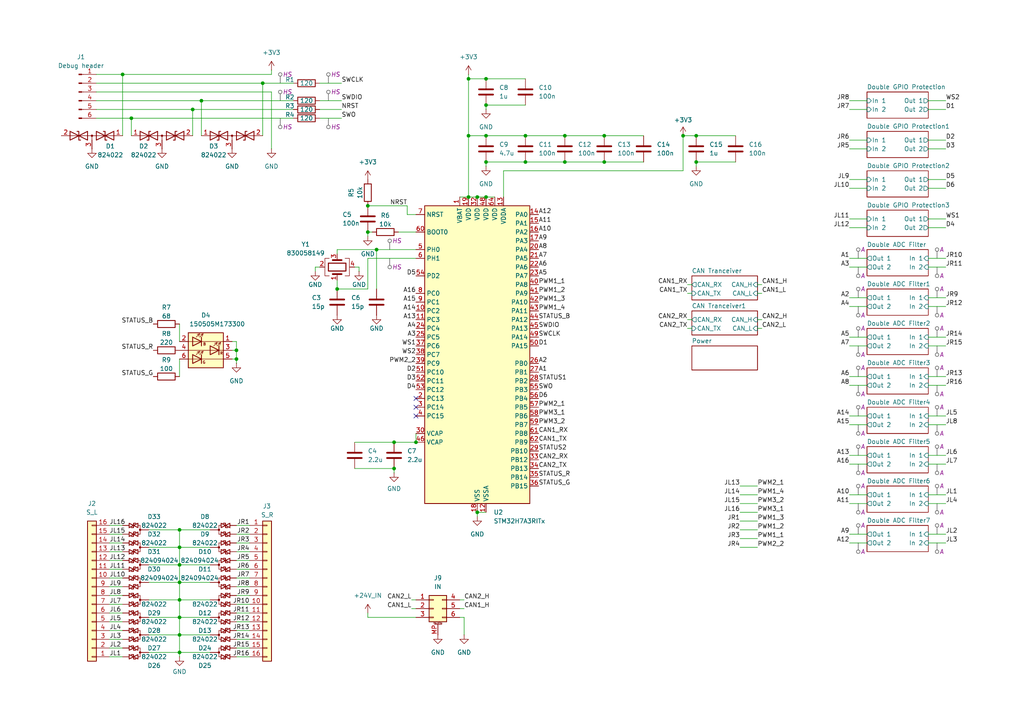
<source format=kicad_sch>
(kicad_sch
	(version 20231120)
	(generator "eeschema")
	(generator_version "8.0")
	(uuid "246a9f42-3cf4-4642-8fd8-5f1a4f99e98a")
	(paper "A4")
	
	(junction
		(at 175.26 46.99)
		(diameter 0)
		(color 0 0 0 0)
		(uuid "0faedb7e-e51b-48da-8bd5-025b23142d1c")
	)
	(junction
		(at 140.97 22.86)
		(diameter 0)
		(color 0 0 0 0)
		(uuid "13454fb4-5f89-4f6a-b18a-eab21014b15c")
	)
	(junction
		(at 175.26 39.37)
		(diameter 0)
		(color 0 0 0 0)
		(uuid "1a6a7547-d86e-4222-b743-33a9f3d82880")
	)
	(junction
		(at 163.83 46.99)
		(diameter 0)
		(color 0 0 0 0)
		(uuid "1a762ff9-8106-48dd-84f4-aae6afbae880")
	)
	(junction
		(at 138.43 148.59)
		(diameter 0)
		(color 0 0 0 0)
		(uuid "1fba0929-f8b9-421a-bc96-66efa46fcee7")
	)
	(junction
		(at 52.07 168.91)
		(diameter 0)
		(color 0 0 0 0)
		(uuid "23b7be04-5c68-4516-868c-8b71fe625f89")
	)
	(junction
		(at 201.93 46.99)
		(diameter 0)
		(color 0 0 0 0)
		(uuid "335df04d-0da4-403a-baad-635138b9b863")
	)
	(junction
		(at 97.79 83.82)
		(diameter 0)
		(color 0 0 0 0)
		(uuid "3bd341a6-e697-4382-8273-d889cde3b026")
	)
	(junction
		(at 198.12 39.37)
		(diameter 0)
		(color 0 0 0 0)
		(uuid "418fbf72-7fe7-4362-b339-9faac9196e49")
	)
	(junction
		(at 52.07 173.99)
		(diameter 0)
		(color 0 0 0 0)
		(uuid "52e1e509-07c2-413b-a9d6-7e9af1b7234c")
	)
	(junction
		(at 106.68 67.31)
		(diameter 0)
		(color 0 0 0 0)
		(uuid "583ea58c-3c4e-43a8-983c-0ef8a0e57e7f")
	)
	(junction
		(at 52.07 184.15)
		(diameter 0)
		(color 0 0 0 0)
		(uuid "5a495e8d-d559-4208-bc20-e1c29e95f13a")
	)
	(junction
		(at 68.58 104.14)
		(diameter 0)
		(color 0 0 0 0)
		(uuid "5eb79890-9b66-4a04-865c-56efe72ed92e")
	)
	(junction
		(at 152.4 39.37)
		(diameter 0)
		(color 0 0 0 0)
		(uuid "61ef05ba-1142-4079-beef-ecae7587b20e")
	)
	(junction
		(at 138.43 57.15)
		(diameter 0)
		(color 0 0 0 0)
		(uuid "63e3cc6a-c379-4c8e-823b-f48ff7360d5e")
	)
	(junction
		(at 140.97 46.99)
		(diameter 0)
		(color 0 0 0 0)
		(uuid "6ee88629-c5f7-4320-aeca-eb6d11cd4764")
	)
	(junction
		(at 135.89 39.37)
		(diameter 0)
		(color 0 0 0 0)
		(uuid "730746cf-2063-4d5d-b9e9-58b696d2d2c2")
	)
	(junction
		(at 140.97 30.48)
		(diameter 0)
		(color 0 0 0 0)
		(uuid "7459708b-7214-4244-8037-5ea7b275b617")
	)
	(junction
		(at 52.07 179.07)
		(diameter 0)
		(color 0 0 0 0)
		(uuid "7e5c391d-4bea-4d07-8cd2-411b916fbb4f")
	)
	(junction
		(at 152.4 46.99)
		(diameter 0)
		(color 0 0 0 0)
		(uuid "80a441f7-0d65-49d5-8d5f-1d4928872c19")
	)
	(junction
		(at 114.3 128.27)
		(diameter 0)
		(color 0 0 0 0)
		(uuid "8d57a956-ebb2-4a05-877b-efffffe2b3a8")
	)
	(junction
		(at 38.1 34.29)
		(diameter 0)
		(color 0 0 0 0)
		(uuid "8edd2698-ff2a-44c5-9304-e5fbc2c965d9")
	)
	(junction
		(at 135.89 57.15)
		(diameter 0)
		(color 0 0 0 0)
		(uuid "927ac146-d17f-48e6-a1b1-24c45689ca84")
	)
	(junction
		(at 68.58 101.6)
		(diameter 0)
		(color 0 0 0 0)
		(uuid "9360b0ce-e82d-4241-8108-ce2f09b1d482")
	)
	(junction
		(at 114.3 135.89)
		(diameter 0)
		(color 0 0 0 0)
		(uuid "96a78eec-d89b-446a-9d22-f333dfcd3a65")
	)
	(junction
		(at 140.97 39.37)
		(diameter 0)
		(color 0 0 0 0)
		(uuid "9938d9cd-4316-4a9c-aac1-2ca4e20d4f3a")
	)
	(junction
		(at 140.97 57.15)
		(diameter 0)
		(color 0 0 0 0)
		(uuid "ab0c9d3a-e379-4ff3-908b-8a82ee094102")
	)
	(junction
		(at 52.07 189.23)
		(diameter 0)
		(color 0 0 0 0)
		(uuid "ab6b5d88-860f-4bee-aa37-bdb154965dd2")
	)
	(junction
		(at 109.22 72.39)
		(diameter 0)
		(color 0 0 0 0)
		(uuid "af84501c-e6af-469a-939a-244d9a11864c")
	)
	(junction
		(at 163.83 39.37)
		(diameter 0)
		(color 0 0 0 0)
		(uuid "b0e8a799-3601-4749-a55c-248820c7677f")
	)
	(junction
		(at 106.68 59.69)
		(diameter 0)
		(color 0 0 0 0)
		(uuid "b1f9304b-911e-4216-bc44-2e5159140188")
	)
	(junction
		(at 135.89 22.86)
		(diameter 0)
		(color 0 0 0 0)
		(uuid "b5e6c25a-9f70-4eae-ac1d-c9cff15c522a")
	)
	(junction
		(at 52.07 163.83)
		(diameter 0)
		(color 0 0 0 0)
		(uuid "c9265e65-f904-4b21-8600-5cc88af2d39c")
	)
	(junction
		(at 52.07 153.67)
		(diameter 0)
		(color 0 0 0 0)
		(uuid "cf6eb0b8-9a3a-474c-ba2f-13fd8def0f60")
	)
	(junction
		(at 201.93 39.37)
		(diameter 0)
		(color 0 0 0 0)
		(uuid "d4de8891-e98c-47a3-84d1-0e55a4fed3c0")
	)
	(junction
		(at 35.56 21.59)
		(diameter 0)
		(color 0 0 0 0)
		(uuid "d8494cb9-6f49-4fef-bc9f-1ab01fdbb0a2")
	)
	(junction
		(at 120.65 128.27)
		(diameter 0)
		(color 0 0 0 0)
		(uuid "d9f081b5-a1c5-4d61-95e7-727613abb1e6")
	)
	(junction
		(at 58.42 29.21)
		(diameter 0)
		(color 0 0 0 0)
		(uuid "e60e70f5-7c68-49c4-afb0-d48e52b24717")
	)
	(junction
		(at 52.07 158.75)
		(diameter 0)
		(color 0 0 0 0)
		(uuid "ebd4f223-5382-429d-88b0-bfe577729178")
	)
	(junction
		(at 55.88 31.75)
		(diameter 0)
		(color 0 0 0 0)
		(uuid "f16fb3e7-6632-467a-ae51-e9b2b11712c0")
	)
	(junction
		(at 76.2 24.13)
		(diameter 0)
		(color 0 0 0 0)
		(uuid "f63c9309-2913-446e-8f26-b9b3dcfd7a63")
	)
	(no_connect
		(at 120.65 118.11)
		(uuid "34880119-e493-43f2-a6b2-72302f62cd78")
	)
	(no_connect
		(at 120.65 115.57)
		(uuid "f0296db4-27fb-43f5-be7d-df1108e4426e")
	)
	(no_connect
		(at 120.65 120.65)
		(uuid "fc2b6ed5-c232-4164-a227-8c471f13453e")
	)
	(wire
		(pts
			(xy 138.43 57.15) (xy 140.97 57.15)
		)
		(stroke
			(width 0)
			(type default)
		)
		(uuid "00c3f738-bf4c-4f5f-b968-c271d45dc3a4")
	)
	(wire
		(pts
			(xy 274.32 54.61) (xy 269.24 54.61)
		)
		(stroke
			(width 0)
			(type default)
		)
		(uuid "02c03285-7269-4e66-9f32-68dc0be415e9")
	)
	(wire
		(pts
			(xy 106.68 179.07) (xy 120.65 179.07)
		)
		(stroke
			(width 0)
			(type default)
		)
		(uuid "02e51f05-7118-489c-aef9-57d19d058f77")
	)
	(wire
		(pts
			(xy 52.07 179.07) (xy 52.07 184.15)
		)
		(stroke
			(width 0)
			(type default)
		)
		(uuid "0303d9a7-cdd9-4d63-b2aa-fe4f7e7ea423")
	)
	(wire
		(pts
			(xy 52.07 168.91) (xy 52.07 173.99)
		)
		(stroke
			(width 0)
			(type default)
		)
		(uuid "034eb1cc-3d05-4629-9ae4-4c965b9dfe1c")
	)
	(wire
		(pts
			(xy 68.58 101.6) (xy 68.58 104.14)
		)
		(stroke
			(width 0)
			(type default)
		)
		(uuid "03e863bb-f3c4-473c-bcd4-7782986c2ec5")
	)
	(wire
		(pts
			(xy 27.94 24.13) (xy 76.2 24.13)
		)
		(stroke
			(width 0)
			(type default)
		)
		(uuid "03ea955e-5bd9-43ae-8f2c-99f4e66cbacf")
	)
	(wire
		(pts
			(xy 269.24 111.76) (xy 274.32 111.76)
		)
		(stroke
			(width 0)
			(type default)
		)
		(uuid "046a9763-9a61-44d0-ab52-302689d54e11")
	)
	(wire
		(pts
			(xy 52.07 163.83) (xy 60.96 163.83)
		)
		(stroke
			(width 0)
			(type default)
		)
		(uuid "050a2432-1a86-45d8-ba1a-01f2b3da46db")
	)
	(wire
		(pts
			(xy 246.38 77.47) (xy 251.46 77.47)
		)
		(stroke
			(width 0)
			(type default)
		)
		(uuid "07019a9f-2a2e-49d0-b2ef-c049821c1410")
	)
	(wire
		(pts
			(xy 134.62 179.07) (xy 133.35 179.07)
		)
		(stroke
			(width 0)
			(type default)
		)
		(uuid "09643cf9-333b-4ecd-9673-e5039a71d6a6")
	)
	(wire
		(pts
			(xy 140.97 31.75) (xy 140.97 30.48)
		)
		(stroke
			(width 0)
			(type default)
		)
		(uuid "0c91e935-7c35-4ba0-a0b9-5beea7481d62")
	)
	(wire
		(pts
			(xy 43.18 163.83) (xy 52.07 163.83)
		)
		(stroke
			(width 0)
			(type default)
		)
		(uuid "0dad2b87-a28c-4cef-b693-980911acde13")
	)
	(wire
		(pts
			(xy 68.58 99.06) (xy 68.58 101.6)
		)
		(stroke
			(width 0)
			(type default)
		)
		(uuid "0ef91f87-b005-41d4-9291-9b0c31dea7b3")
	)
	(wire
		(pts
			(xy 135.89 57.15) (xy 138.43 57.15)
		)
		(stroke
			(width 0)
			(type default)
		)
		(uuid "0f1aaa8e-dea1-479f-abf2-070144b046c0")
	)
	(wire
		(pts
			(xy 97.79 72.39) (xy 109.22 72.39)
		)
		(stroke
			(width 0)
			(type default)
		)
		(uuid "106b7e8b-fd1a-4f46-8138-58d328fcabdf")
	)
	(wire
		(pts
			(xy 43.18 173.99) (xy 52.07 173.99)
		)
		(stroke
			(width 0)
			(type default)
		)
		(uuid "11fb9953-585f-4ec6-80de-2536179df06d")
	)
	(wire
		(pts
			(xy 107.95 67.31) (xy 106.68 67.31)
		)
		(stroke
			(width 0)
			(type default)
		)
		(uuid "136b25e0-1107-4118-8123-5a58a290dfef")
	)
	(wire
		(pts
			(xy 35.56 172.72) (xy 31.75 172.72)
		)
		(stroke
			(width 0)
			(type default)
		)
		(uuid "13aaac1d-a492-45d3-911c-7fce28cfa8d4")
	)
	(wire
		(pts
			(xy 109.22 72.39) (xy 109.22 83.82)
		)
		(stroke
			(width 0)
			(type default)
		)
		(uuid "17c30180-52bd-416a-95ab-6b50205ca129")
	)
	(wire
		(pts
			(xy 246.38 143.51) (xy 251.46 143.51)
		)
		(stroke
			(width 0)
			(type default)
		)
		(uuid "193c0b37-6765-4765-991a-614e4c170a1f")
	)
	(wire
		(pts
			(xy 106.68 59.69) (xy 118.11 59.69)
		)
		(stroke
			(width 0)
			(type default)
		)
		(uuid "1a4bbbc4-883f-4f82-9bda-429b26e0f109")
	)
	(wire
		(pts
			(xy 118.11 62.23) (xy 120.65 62.23)
		)
		(stroke
			(width 0)
			(type default)
		)
		(uuid "1ac14a14-157c-44e7-8281-0c53559e315c")
	)
	(wire
		(pts
			(xy 68.58 162.56) (xy 72.39 162.56)
		)
		(stroke
			(width 0)
			(type default)
		)
		(uuid "1b9550ed-cabf-497e-b031-055ea8245d6a")
	)
	(wire
		(pts
			(xy 35.56 182.88) (xy 31.75 182.88)
		)
		(stroke
			(width 0)
			(type default)
		)
		(uuid "1cbdc3bd-06be-4ae9-a8ec-31d13405ecc2")
	)
	(wire
		(pts
			(xy 135.89 22.86) (xy 140.97 22.86)
		)
		(stroke
			(width 0)
			(type default)
		)
		(uuid "1d91dd9d-6e4c-4cd1-892d-047dfaffd2c5")
	)
	(wire
		(pts
			(xy 35.56 175.26) (xy 31.75 175.26)
		)
		(stroke
			(width 0)
			(type default)
		)
		(uuid "1de68078-e6ee-4922-afb9-d07ea2995d2e")
	)
	(wire
		(pts
			(xy 99.06 31.75) (xy 92.71 31.75)
		)
		(stroke
			(width 0)
			(type default)
		)
		(uuid "1e5686b1-e252-4b83-b17a-2a6e70e41ebd")
	)
	(wire
		(pts
			(xy 134.62 184.15) (xy 134.62 179.07)
		)
		(stroke
			(width 0)
			(type default)
		)
		(uuid "1fcf5cff-82c3-47de-a645-8871f29d9e99")
	)
	(wire
		(pts
			(xy 246.38 40.64) (xy 251.46 40.64)
		)
		(stroke
			(width 0)
			(type default)
		)
		(uuid "21ec9914-50de-4829-87c8-6abef0833a7f")
	)
	(wire
		(pts
			(xy 78.74 43.18) (xy 78.74 26.67)
		)
		(stroke
			(width 0)
			(type default)
		)
		(uuid "220af1a0-8d8c-4df9-8756-4f37ba351685")
	)
	(wire
		(pts
			(xy 35.56 190.5) (xy 31.75 190.5)
		)
		(stroke
			(width 0)
			(type default)
		)
		(uuid "22aa4bc2-fcc7-47eb-bbe4-9c28cdc79ce5")
	)
	(wire
		(pts
			(xy 52.07 158.75) (xy 52.07 163.83)
		)
		(stroke
			(width 0)
			(type default)
		)
		(uuid "252393ce-6cf2-49db-9cc4-ef4598708c8a")
	)
	(wire
		(pts
			(xy 274.32 29.21) (xy 269.24 29.21)
		)
		(stroke
			(width 0)
			(type default)
		)
		(uuid "289bfa10-7205-47f0-9c63-639befda4eae")
	)
	(wire
		(pts
			(xy 68.58 182.88) (xy 72.39 182.88)
		)
		(stroke
			(width 0)
			(type default)
		)
		(uuid "2bf5cf48-e802-40fb-9875-afbcbbe7ce17")
	)
	(wire
		(pts
			(xy 246.38 111.76) (xy 251.46 111.76)
		)
		(stroke
			(width 0)
			(type default)
		)
		(uuid "2d8f8933-7cdd-42a6-b454-cd208c51236c")
	)
	(wire
		(pts
			(xy 175.26 46.99) (xy 186.69 46.99)
		)
		(stroke
			(width 0)
			(type default)
		)
		(uuid "2f4e5d47-367b-42ae-ba4d-9fcc1012c3de")
	)
	(wire
		(pts
			(xy 140.97 46.99) (xy 152.4 46.99)
		)
		(stroke
			(width 0)
			(type default)
		)
		(uuid "2f506071-9a44-4e48-ac76-84c9ee7d9730")
	)
	(wire
		(pts
			(xy 140.97 48.26) (xy 140.97 46.99)
		)
		(stroke
			(width 0)
			(type default)
		)
		(uuid "2fd8fc58-628c-40ce-bd40-4482fad2134f")
	)
	(wire
		(pts
			(xy 135.89 39.37) (xy 135.89 57.15)
		)
		(stroke
			(width 0)
			(type default)
		)
		(uuid "319e8e65-d0b2-4966-9880-27fca007045c")
	)
	(wire
		(pts
			(xy 114.3 137.16) (xy 114.3 135.89)
		)
		(stroke
			(width 0)
			(type default)
		)
		(uuid "3256622b-f4d0-45c0-a3d2-81698764a22d")
	)
	(wire
		(pts
			(xy 104.14 78.74) (xy 104.14 77.47)
		)
		(stroke
			(width 0)
			(type default)
		)
		(uuid "32879dfa-8f70-47fe-888e-0f8c9f7909f1")
	)
	(wire
		(pts
			(xy 68.58 172.72) (xy 72.39 172.72)
		)
		(stroke
			(width 0)
			(type default)
		)
		(uuid "349a9aee-6235-44fb-bc34-786ea4d753d8")
	)
	(wire
		(pts
			(xy 68.58 180.34) (xy 72.39 180.34)
		)
		(stroke
			(width 0)
			(type default)
		)
		(uuid "34cc20c1-2da5-4078-83b1-bfafdaadacc2")
	)
	(wire
		(pts
			(xy 146.05 49.53) (xy 146.05 57.15)
		)
		(stroke
			(width 0)
			(type default)
		)
		(uuid "34e3f1f1-2741-4dfa-af9f-c112bd474a87")
	)
	(wire
		(pts
			(xy 68.58 105.41) (xy 68.58 104.14)
		)
		(stroke
			(width 0)
			(type default)
		)
		(uuid "38a6d3bc-4ee0-4030-93d9-bf9ebfdc0db5")
	)
	(wire
		(pts
			(xy 99.06 34.29) (xy 92.71 34.29)
		)
		(stroke
			(width 0)
			(type default)
		)
		(uuid "3abf7b10-08a7-4c3a-b7bb-b15324f2507e")
	)
	(wire
		(pts
			(xy 52.07 173.99) (xy 60.96 173.99)
		)
		(stroke
			(width 0)
			(type default)
		)
		(uuid "3b38b533-37ae-4fcd-8c65-e866283e8b49")
	)
	(wire
		(pts
			(xy 99.06 29.21) (xy 92.71 29.21)
		)
		(stroke
			(width 0)
			(type default)
		)
		(uuid "3baddbc1-a075-4cea-bd14-aa6bd337112d")
	)
	(wire
		(pts
			(xy 246.38 54.61) (xy 251.46 54.61)
		)
		(stroke
			(width 0)
			(type default)
		)
		(uuid "3c4b256e-33a1-4289-8d4e-ed38ddde4477")
	)
	(wire
		(pts
			(xy 102.87 135.89) (xy 114.3 135.89)
		)
		(stroke
			(width 0)
			(type default)
		)
		(uuid "3d1479cd-ec76-4a04-8d4a-27b1bdb3a5ec")
	)
	(wire
		(pts
			(xy 68.58 170.18) (xy 72.39 170.18)
		)
		(stroke
			(width 0)
			(type default)
		)
		(uuid "3d69579b-6a03-4220-9735-861046ab3d8e")
	)
	(wire
		(pts
			(xy 68.58 167.64) (xy 72.39 167.64)
		)
		(stroke
			(width 0)
			(type default)
		)
		(uuid "3ebcc135-7723-4fba-a462-8de7c8ec416a")
	)
	(wire
		(pts
			(xy 68.58 99.06) (xy 67.31 99.06)
		)
		(stroke
			(width 0)
			(type default)
		)
		(uuid "3f98c0b4-5f38-4d2f-93a7-ba4b9193cf2c")
	)
	(wire
		(pts
			(xy 52.07 153.67) (xy 52.07 158.75)
		)
		(stroke
			(width 0)
			(type default)
		)
		(uuid "43c97b2f-c150-430a-b364-5cc9c1d03af7")
	)
	(wire
		(pts
			(xy 219.71 85.09) (xy 220.98 85.09)
		)
		(stroke
			(width 0)
			(type default)
		)
		(uuid "441334e1-2272-4037-ac0c-890e6952a4e4")
	)
	(wire
		(pts
			(xy 246.38 157.48) (xy 251.46 157.48)
		)
		(stroke
			(width 0)
			(type default)
		)
		(uuid "45bf284a-535b-4ec9-ae60-c66f9812b72a")
	)
	(wire
		(pts
			(xy 246.38 109.22) (xy 251.46 109.22)
		)
		(stroke
			(width 0)
			(type default)
		)
		(uuid "46975ee1-51b3-4808-b99c-66e549cce586")
	)
	(wire
		(pts
			(xy 140.97 39.37) (xy 152.4 39.37)
		)
		(stroke
			(width 0)
			(type default)
		)
		(uuid "4a3ddc6d-f97f-4e4d-84a7-65c21555086c")
	)
	(wire
		(pts
			(xy 138.43 148.59) (xy 140.97 148.59)
		)
		(stroke
			(width 0)
			(type default)
		)
		(uuid "4a86957c-77a0-4ce8-bf18-bf0396316997")
	)
	(wire
		(pts
			(xy 119.38 176.53) (xy 120.65 176.53)
		)
		(stroke
			(width 0)
			(type default)
		)
		(uuid "4a949536-b2bc-4b6d-b764-4ccd9f588ec5")
	)
	(wire
		(pts
			(xy 68.58 104.14) (xy 67.31 104.14)
		)
		(stroke
			(width 0)
			(type default)
		)
		(uuid "4aac2683-5ed4-46cc-8453-081a1ac1680b")
	)
	(wire
		(pts
			(xy 175.26 39.37) (xy 186.69 39.37)
		)
		(stroke
			(width 0)
			(type default)
		)
		(uuid "4ad69155-d851-4b9f-b769-fc6449b5ea3b")
	)
	(wire
		(pts
			(xy 274.32 31.75) (xy 269.24 31.75)
		)
		(stroke
			(width 0)
			(type default)
		)
		(uuid "4bb77cb6-1ef3-49ae-88a3-db535bd5a2a3")
	)
	(wire
		(pts
			(xy 27.94 31.75) (xy 55.88 31.75)
		)
		(stroke
			(width 0)
			(type default)
		)
		(uuid "4d4bceb5-f819-40a8-8953-d931043aacd5")
	)
	(wire
		(pts
			(xy 214.63 143.51) (xy 219.71 143.51)
		)
		(stroke
			(width 0)
			(type default)
		)
		(uuid "4e90c772-132d-46b1-9761-2437cf469a96")
	)
	(wire
		(pts
			(xy 38.1 34.29) (xy 85.09 34.29)
		)
		(stroke
			(width 0)
			(type default)
		)
		(uuid "4eff0188-7af9-4831-93d1-594d41120b2c")
	)
	(wire
		(pts
			(xy 35.56 185.42) (xy 31.75 185.42)
		)
		(stroke
			(width 0)
			(type default)
		)
		(uuid "4f8baabf-a748-42f9-94b0-7b7ecf887bd7")
	)
	(wire
		(pts
			(xy 76.2 39.37) (xy 76.2 24.13)
		)
		(stroke
			(width 0)
			(type default)
		)
		(uuid "4fb98932-37d3-4ca5-b8f9-537e7b97919e")
	)
	(wire
		(pts
			(xy 199.39 92.71) (xy 200.66 92.71)
		)
		(stroke
			(width 0)
			(type default)
		)
		(uuid "54ff6277-d108-4c57-b38b-3be6b142ecd0")
	)
	(wire
		(pts
			(xy 97.79 83.82) (xy 97.79 81.28)
		)
		(stroke
			(width 0)
			(type default)
		)
		(uuid "55012540-e0d1-49fe-803e-43ed943432f8")
	)
	(wire
		(pts
			(xy 52.07 184.15) (xy 60.96 184.15)
		)
		(stroke
			(width 0)
			(type default)
		)
		(uuid "5d5e3750-e898-4850-b150-63cd526c176d")
	)
	(wire
		(pts
			(xy 115.57 67.31) (xy 120.65 67.31)
		)
		(stroke
			(width 0)
			(type default)
		)
		(uuid "5dc8ccb6-b380-481a-86fd-234533b3763b")
	)
	(wire
		(pts
			(xy 269.24 120.65) (xy 274.32 120.65)
		)
		(stroke
			(width 0)
			(type default)
		)
		(uuid "5ed822f9-eda1-4128-a33b-27d5b0ac4d39")
	)
	(wire
		(pts
			(xy 35.56 157.48) (xy 31.75 157.48)
		)
		(stroke
			(width 0)
			(type default)
		)
		(uuid "604be9eb-ac6e-43ef-90d5-2ba4f388dc9f")
	)
	(wire
		(pts
			(xy 68.58 185.42) (xy 72.39 185.42)
		)
		(stroke
			(width 0)
			(type default)
		)
		(uuid "62a7ea53-6102-441f-b8c2-4dfa0f51aefc")
	)
	(wire
		(pts
			(xy 118.11 59.69) (xy 118.11 62.23)
		)
		(stroke
			(width 0)
			(type default)
		)
		(uuid "62a8c19c-6239-49bb-818b-d4210c55ae2f")
	)
	(wire
		(pts
			(xy 214.63 146.05) (xy 219.71 146.05)
		)
		(stroke
			(width 0)
			(type default)
		)
		(uuid "6395668c-d00a-4ab1-92e4-e1b116493d87")
	)
	(wire
		(pts
			(xy 269.24 154.94) (xy 274.32 154.94)
		)
		(stroke
			(width 0)
			(type default)
		)
		(uuid "6469f810-3b99-4129-a56d-7f3d8c25572f")
	)
	(wire
		(pts
			(xy 152.4 46.99) (xy 163.83 46.99)
		)
		(stroke
			(width 0)
			(type default)
		)
		(uuid "65448fd7-81f0-497b-953b-966e3eae7d71")
	)
	(wire
		(pts
			(xy 35.56 154.94) (xy 31.75 154.94)
		)
		(stroke
			(width 0)
			(type default)
		)
		(uuid "67fff605-4247-42bf-ac0e-cb05c0ef5308")
	)
	(wire
		(pts
			(xy 35.56 152.4) (xy 31.75 152.4)
		)
		(stroke
			(width 0)
			(type default)
		)
		(uuid "684d6043-d1f4-4fb4-8b5a-712116e538cc")
	)
	(wire
		(pts
			(xy 219.71 82.55) (xy 220.98 82.55)
		)
		(stroke
			(width 0)
			(type default)
		)
		(uuid "68982d33-3348-4293-af2d-00d2bf87c31c")
	)
	(wire
		(pts
			(xy 246.38 63.5) (xy 251.46 63.5)
		)
		(stroke
			(width 0)
			(type default)
		)
		(uuid "6967dab9-ba0f-47fa-855b-81615c3e18c1")
	)
	(wire
		(pts
			(xy 68.58 187.96) (xy 72.39 187.96)
		)
		(stroke
			(width 0)
			(type default)
		)
		(uuid "6c123143-d547-43c7-b532-11fdef114118")
	)
	(wire
		(pts
			(xy 163.83 39.37) (xy 175.26 39.37)
		)
		(stroke
			(width 0)
			(type default)
		)
		(uuid "6cbb2ae6-6394-4ff1-8b84-21e211ea8033")
	)
	(wire
		(pts
			(xy 78.74 21.59) (xy 35.56 21.59)
		)
		(stroke
			(width 0)
			(type default)
		)
		(uuid "7068abdf-11e6-40a5-8c03-913a9098550e")
	)
	(wire
		(pts
			(xy 199.39 82.55) (xy 200.66 82.55)
		)
		(stroke
			(width 0)
			(type default)
		)
		(uuid "70ce3814-2cff-48a0-bac0-a42e75589f7c")
	)
	(wire
		(pts
			(xy 52.07 189.23) (xy 60.96 189.23)
		)
		(stroke
			(width 0)
			(type default)
		)
		(uuid "71914898-0ba2-4404-89de-df20052ef202")
	)
	(wire
		(pts
			(xy 246.38 86.36) (xy 251.46 86.36)
		)
		(stroke
			(width 0)
			(type default)
		)
		(uuid "72ac8ac3-2ee2-4a8f-89be-619749f2f6bb")
	)
	(wire
		(pts
			(xy 43.18 179.07) (xy 52.07 179.07)
		)
		(stroke
			(width 0)
			(type default)
		)
		(uuid "72b08ba6-cceb-4121-b855-85b9c3ec16ab")
	)
	(wire
		(pts
			(xy 52.07 179.07) (xy 60.96 179.07)
		)
		(stroke
			(width 0)
			(type default)
		)
		(uuid "730a5782-efd0-49ce-93b3-9d85d0f5cde7")
	)
	(wire
		(pts
			(xy 274.32 40.64) (xy 269.24 40.64)
		)
		(stroke
			(width 0)
			(type default)
		)
		(uuid "73627e11-9c8b-4ee1-b325-43f6b4d13590")
	)
	(wire
		(pts
			(xy 134.62 173.99) (xy 133.35 173.99)
		)
		(stroke
			(width 0)
			(type default)
		)
		(uuid "73f4ff9b-7227-4add-9ba1-b9db6cdaeeee")
	)
	(wire
		(pts
			(xy 246.38 52.07) (xy 251.46 52.07)
		)
		(stroke
			(width 0)
			(type default)
		)
		(uuid "7445cc10-d40e-4bd6-93af-4dc1af630744")
	)
	(wire
		(pts
			(xy 35.56 165.1) (xy 31.75 165.1)
		)
		(stroke
			(width 0)
			(type default)
		)
		(uuid "7490a687-d148-4bbd-b8b5-79167fe0aa65")
	)
	(wire
		(pts
			(xy 35.56 21.59) (xy 35.56 39.37)
		)
		(stroke
			(width 0)
			(type default)
		)
		(uuid "752ab649-50ea-4ab7-bd3c-6ac87f543645")
	)
	(wire
		(pts
			(xy 269.24 123.19) (xy 274.32 123.19)
		)
		(stroke
			(width 0)
			(type default)
		)
		(uuid "762ccc46-2002-452a-9df6-c8d370519e2b")
	)
	(wire
		(pts
			(xy 246.38 146.05) (xy 251.46 146.05)
		)
		(stroke
			(width 0)
			(type default)
		)
		(uuid "795f31da-483c-4a8b-bc58-8dbc40bdb323")
	)
	(wire
		(pts
			(xy 246.38 66.04) (xy 251.46 66.04)
		)
		(stroke
			(width 0)
			(type default)
		)
		(uuid "79dffb39-7b41-4f96-ac2d-68acb3a2d83a")
	)
	(wire
		(pts
			(xy 52.07 163.83) (xy 52.07 168.91)
		)
		(stroke
			(width 0)
			(type default)
		)
		(uuid "7c8660a1-be9d-45c9-9c4a-74604763d2f0")
	)
	(wire
		(pts
			(xy 68.58 152.4) (xy 72.39 152.4)
		)
		(stroke
			(width 0)
			(type default)
		)
		(uuid "7d70ea47-6abf-44a1-9a41-caac30d6178e")
	)
	(wire
		(pts
			(xy 135.89 39.37) (xy 140.97 39.37)
		)
		(stroke
			(width 0)
			(type default)
		)
		(uuid "80583bc6-a3de-44ce-8e05-2f0143343034")
	)
	(wire
		(pts
			(xy 198.12 39.37) (xy 201.93 39.37)
		)
		(stroke
			(width 0)
			(type default)
		)
		(uuid "81448d5b-dfec-4dd6-9703-b8e7bc0d6968")
	)
	(wire
		(pts
			(xy 246.38 100.33) (xy 251.46 100.33)
		)
		(stroke
			(width 0)
			(type default)
		)
		(uuid "81cdd66b-ac50-4c22-8442-84ce470b011d")
	)
	(wire
		(pts
			(xy 246.38 120.65) (xy 251.46 120.65)
		)
		(stroke
			(width 0)
			(type default)
		)
		(uuid "83c93ef7-e0ed-4405-bfd3-8a16d8c484bf")
	)
	(wire
		(pts
			(xy 52.07 189.23) (xy 52.07 190.5)
		)
		(stroke
			(width 0)
			(type default)
		)
		(uuid "83de6e92-5679-415c-bdc3-a3af216732b0")
	)
	(wire
		(pts
			(xy 43.18 158.75) (xy 52.07 158.75)
		)
		(stroke
			(width 0)
			(type default)
		)
		(uuid "83ec5488-fd6d-4500-9382-f1c9933ce37c")
	)
	(wire
		(pts
			(xy 246.38 154.94) (xy 251.46 154.94)
		)
		(stroke
			(width 0)
			(type default)
		)
		(uuid "868fd2cf-5015-4d5c-88aa-7feecce7fce4")
	)
	(wire
		(pts
			(xy 55.88 31.75) (xy 55.88 39.37)
		)
		(stroke
			(width 0)
			(type default)
		)
		(uuid "86f7d94b-d59e-44e2-8748-6e667f4aef64")
	)
	(wire
		(pts
			(xy 38.1 34.29) (xy 38.1 39.37)
		)
		(stroke
			(width 0)
			(type default)
		)
		(uuid "8749140a-9a28-472f-91fe-5493c58f3fec")
	)
	(wire
		(pts
			(xy 78.74 21.59) (xy 78.74 20.32)
		)
		(stroke
			(width 0)
			(type default)
		)
		(uuid "890723ea-bebb-439f-958d-a064d09aa7e1")
	)
	(wire
		(pts
			(xy 27.94 29.21) (xy 58.42 29.21)
		)
		(stroke
			(width 0)
			(type default)
		)
		(uuid "8a16a9d5-a8d0-41a3-adbe-a5c41b7ec656")
	)
	(wire
		(pts
			(xy 269.24 88.9) (xy 274.32 88.9)
		)
		(stroke
			(width 0)
			(type default)
		)
		(uuid "8b50ba3a-36d1-4fca-a044-476bf9c55a0e")
	)
	(wire
		(pts
			(xy 246.38 88.9) (xy 251.46 88.9)
		)
		(stroke
			(width 0)
			(type default)
		)
		(uuid "8e54bae6-310e-49df-b241-930d37c9dfbf")
	)
	(wire
		(pts
			(xy 68.58 160.02) (xy 72.39 160.02)
		)
		(stroke
			(width 0)
			(type default)
		)
		(uuid "8fdd6b36-f07a-4c7c-9f31-27bd6d2342ff")
	)
	(wire
		(pts
			(xy 163.83 46.99) (xy 175.26 46.99)
		)
		(stroke
			(width 0)
			(type default)
		)
		(uuid "96b0d394-0b88-45c1-8172-1431dd192851")
	)
	(wire
		(pts
			(xy 104.14 77.47) (xy 102.87 77.47)
		)
		(stroke
			(width 0)
			(type default)
		)
		(uuid "97d90ea5-9485-4e12-927b-8b686691137f")
	)
	(wire
		(pts
			(xy 269.24 74.93) (xy 274.32 74.93)
		)
		(stroke
			(width 0)
			(type default)
		)
		(uuid "9b43fe9f-0fa6-4f3a-bb06-6f7c0396d50b")
	)
	(wire
		(pts
			(xy 214.63 151.13) (xy 219.71 151.13)
		)
		(stroke
			(width 0)
			(type default)
		)
		(uuid "9c222faa-e0f6-4cc3-835e-cbf8bb625d81")
	)
	(wire
		(pts
			(xy 68.58 175.26) (xy 72.39 175.26)
		)
		(stroke
			(width 0)
			(type default)
		)
		(uuid "9e1f8b85-7eb5-403f-b3ab-27ff31019d3f")
	)
	(wire
		(pts
			(xy 35.56 187.96) (xy 31.75 187.96)
		)
		(stroke
			(width 0)
			(type default)
		)
		(uuid "9f0a2609-5353-4c0c-a8ce-5203e4952f1a")
	)
	(wire
		(pts
			(xy 269.24 109.22) (xy 274.32 109.22)
		)
		(stroke
			(width 0)
			(type default)
		)
		(uuid "9f33ddaa-2e7e-4540-b4cb-9f80b3769576")
	)
	(wire
		(pts
			(xy 269.24 63.5) (xy 274.32 63.5)
		)
		(stroke
			(width 0)
			(type default)
		)
		(uuid "9f37bf6f-a3c8-4f77-9658-aa0114f771d2")
	)
	(wire
		(pts
			(xy 246.38 31.75) (xy 251.46 31.75)
		)
		(stroke
			(width 0)
			(type default)
		)
		(uuid "a02c86dc-a145-4ecd-a802-3080febbafee")
	)
	(wire
		(pts
			(xy 201.93 39.37) (xy 213.36 39.37)
		)
		(stroke
			(width 0)
			(type default)
		)
		(uuid "a11e87fc-d7eb-4d8c-94a3-a153d319a5b6")
	)
	(wire
		(pts
			(xy 35.56 21.59) (xy 27.94 21.59)
		)
		(stroke
			(width 0)
			(type default)
		)
		(uuid "a1adc057-6535-4793-8d8d-7c3137110326")
	)
	(wire
		(pts
			(xy 120.65 128.27) (xy 114.3 128.27)
		)
		(stroke
			(width 0)
			(type default)
		)
		(uuid "a374cc97-25dd-4c87-880b-3dd7be297b6e")
	)
	(wire
		(pts
			(xy 140.97 30.48) (xy 152.4 30.48)
		)
		(stroke
			(width 0)
			(type default)
		)
		(uuid "a45c0936-d61e-4288-9da7-30478b873d2d")
	)
	(wire
		(pts
			(xy 68.58 157.48) (xy 72.39 157.48)
		)
		(stroke
			(width 0)
			(type default)
		)
		(uuid "a5683189-69dd-453e-8098-d51185062a7c")
	)
	(wire
		(pts
			(xy 269.24 146.05) (xy 274.32 146.05)
		)
		(stroke
			(width 0)
			(type default)
		)
		(uuid "a7414dbe-241f-4952-96f9-d0e16962052d")
	)
	(wire
		(pts
			(xy 52.07 158.75) (xy 60.96 158.75)
		)
		(stroke
			(width 0)
			(type default)
		)
		(uuid "a8d1d868-1344-4d2a-a953-d212f01462d5")
	)
	(wire
		(pts
			(xy 201.93 48.26) (xy 201.93 46.99)
		)
		(stroke
			(width 0)
			(type default)
		)
		(uuid "aa4120b2-574b-4f0d-a6c9-f6d2a996df84")
	)
	(wire
		(pts
			(xy 134.62 176.53) (xy 133.35 176.53)
		)
		(stroke
			(width 0)
			(type default)
		)
		(uuid "aa84cfb4-0e65-4872-9a55-05689295f5ec")
	)
	(wire
		(pts
			(xy 219.71 95.25) (xy 220.98 95.25)
		)
		(stroke
			(width 0)
			(type default)
		)
		(uuid "ac8a55cc-d8f3-4eeb-a00e-b8d467b86c7f")
	)
	(wire
		(pts
			(xy 269.24 77.47) (xy 274.32 77.47)
		)
		(stroke
			(width 0)
			(type default)
		)
		(uuid "acf8058c-9b24-4649-bc0b-3ca5d3fc4126")
	)
	(wire
		(pts
			(xy 219.71 92.71) (xy 220.98 92.71)
		)
		(stroke
			(width 0)
			(type default)
		)
		(uuid "ae74f47d-71ff-4c89-84d0-becc91d000c5")
	)
	(wire
		(pts
			(xy 35.56 167.64) (xy 31.75 167.64)
		)
		(stroke
			(width 0)
			(type default)
		)
		(uuid "aed847a5-e945-4b29-af4b-a981064b473c")
	)
	(wire
		(pts
			(xy 55.88 31.75) (xy 85.09 31.75)
		)
		(stroke
			(width 0)
			(type default)
		)
		(uuid "b05434ab-d577-46e8-a801-a2c77f9984e9")
	)
	(wire
		(pts
			(xy 214.63 153.67) (xy 219.71 153.67)
		)
		(stroke
			(width 0)
			(type default)
		)
		(uuid "b1104d4b-bba9-4e09-b48d-383e8a864c05")
	)
	(wire
		(pts
			(xy 43.18 184.15) (xy 52.07 184.15)
		)
		(stroke
			(width 0)
			(type default)
		)
		(uuid "b12f461e-9723-431c-affd-b99fbc8e8426")
	)
	(wire
		(pts
			(xy 91.44 77.47) (xy 91.44 78.74)
		)
		(stroke
			(width 0)
			(type default)
		)
		(uuid "b17c6ac8-cf4d-4d6d-8cad-9643d8e7a227")
	)
	(wire
		(pts
			(xy 52.07 168.91) (xy 60.96 168.91)
		)
		(stroke
			(width 0)
			(type default)
		)
		(uuid "b3340d8e-a6d5-4752-8405-be3855bf2dca")
	)
	(wire
		(pts
			(xy 68.58 177.8) (xy 72.39 177.8)
		)
		(stroke
			(width 0)
			(type default)
		)
		(uuid "b4cca263-13b6-4139-8a4d-48cf62a928e3")
	)
	(wire
		(pts
			(xy 68.58 190.5) (xy 72.39 190.5)
		)
		(stroke
			(width 0)
			(type default)
		)
		(uuid "b4ed1bc8-bf43-40f0-9393-4cf4f283b3ec")
	)
	(wire
		(pts
			(xy 91.44 77.47) (xy 92.71 77.47)
		)
		(stroke
			(width 0)
			(type default)
		)
		(uuid "b5075339-4ce0-4208-916b-2031809f36f7")
	)
	(wire
		(pts
			(xy 35.56 177.8) (xy 31.75 177.8)
		)
		(stroke
			(width 0)
			(type default)
		)
		(uuid "b5137006-1994-49ef-848a-bee393b74352")
	)
	(wire
		(pts
			(xy 120.65 125.73) (xy 120.65 128.27)
		)
		(stroke
			(width 0)
			(type default)
		)
		(uuid "b53b8d91-fb81-4e3a-8522-2c577a5dac9f")
	)
	(wire
		(pts
			(xy 269.24 132.08) (xy 274.32 132.08)
		)
		(stroke
			(width 0)
			(type default)
		)
		(uuid "b6ad8054-77e2-4d88-8489-f4b7e52acf1c")
	)
	(wire
		(pts
			(xy 43.18 189.23) (xy 52.07 189.23)
		)
		(stroke
			(width 0)
			(type default)
		)
		(uuid "b80ef5e3-8155-4fe2-b22b-86672ca6b290")
	)
	(wire
		(pts
			(xy 246.38 132.08) (xy 251.46 132.08)
		)
		(stroke
			(width 0)
			(type default)
		)
		(uuid "ba806781-cf5d-46a8-9f32-5bf0f4d249d6")
	)
	(wire
		(pts
			(xy 269.24 157.48) (xy 274.32 157.48)
		)
		(stroke
			(width 0)
			(type default)
		)
		(uuid "bab79d67-f408-4b71-9cef-46860a763f65")
	)
	(wire
		(pts
			(xy 43.18 168.91) (xy 52.07 168.91)
		)
		(stroke
			(width 0)
			(type default)
		)
		(uuid "bc716928-2ac4-4f5c-8048-eddc63f8d43a")
	)
	(wire
		(pts
			(xy 214.63 156.21) (xy 219.71 156.21)
		)
		(stroke
			(width 0)
			(type default)
		)
		(uuid "bd23d700-fcfa-4992-bee1-db90f9af2d67")
	)
	(wire
		(pts
			(xy 120.65 74.93) (xy 106.68 74.93)
		)
		(stroke
			(width 0)
			(type default)
		)
		(uuid "bfc738d4-1aa9-45ec-b23a-293b4a9d1b1b")
	)
	(wire
		(pts
			(xy 58.42 29.21) (xy 85.09 29.21)
		)
		(stroke
			(width 0)
			(type default)
		)
		(uuid "c136fe36-f55b-4c57-93e8-23080a96af68")
	)
	(wire
		(pts
			(xy 246.38 29.21) (xy 251.46 29.21)
		)
		(stroke
			(width 0)
			(type default)
		)
		(uuid "c20838dd-6ad4-48d9-9ab0-8a3fd64d8d46")
	)
	(wire
		(pts
			(xy 135.89 22.86) (xy 135.89 39.37)
		)
		(stroke
			(width 0)
			(type default)
		)
		(uuid "c255969b-2052-4068-a320-f2f84adc0aa2")
	)
	(wire
		(pts
			(xy 138.43 149.86) (xy 138.43 148.59)
		)
		(stroke
			(width 0)
			(type default)
		)
		(uuid "c25f4a27-6c4f-435d-9652-ae5bb5ff0ba2")
	)
	(wire
		(pts
			(xy 246.38 97.79) (xy 251.46 97.79)
		)
		(stroke
			(width 0)
			(type default)
		)
		(uuid "c2a964c8-dc54-44d0-893a-1c45a25f3074")
	)
	(wire
		(pts
			(xy 76.2 24.13) (xy 85.09 24.13)
		)
		(stroke
			(width 0)
			(type default)
		)
		(uuid "c2dd9b1e-5f00-412b-8bf8-25d2de3fc324")
	)
	(wire
		(pts
			(xy 119.38 173.99) (xy 120.65 173.99)
		)
		(stroke
			(width 0)
			(type default)
		)
		(uuid "c6caca7e-b69f-4cbf-956c-650aaa9445d0")
	)
	(wire
		(pts
			(xy 67.31 101.6) (xy 68.58 101.6)
		)
		(stroke
			(width 0)
			(type default)
		)
		(uuid "c6e7eaf1-5c10-42b0-bf4b-2e55bb146523")
	)
	(wire
		(pts
			(xy 52.07 184.15) (xy 52.07 189.23)
		)
		(stroke
			(width 0)
			(type default)
		)
		(uuid "c6ea2468-393d-4391-be7f-8b15efe4f50e")
	)
	(wire
		(pts
			(xy 102.87 128.27) (xy 114.3 128.27)
		)
		(stroke
			(width 0)
			(type default)
		)
		(uuid "c87eb1ca-b1da-4803-82d8-0aec24c02de5")
	)
	(wire
		(pts
			(xy 58.42 29.21) (xy 58.42 39.37)
		)
		(stroke
			(width 0)
			(type default)
		)
		(uuid "c903b747-204e-4d45-b82c-7145e133791c")
	)
	(wire
		(pts
			(xy 97.79 73.66) (xy 97.79 72.39)
		)
		(stroke
			(width 0)
			(type default)
		)
		(uuid "c9839c65-7f9a-4815-a021-f99c2f5be2a9")
	)
	(wire
		(pts
			(xy 152.4 39.37) (xy 163.83 39.37)
		)
		(stroke
			(width 0)
			(type default)
		)
		(uuid "c98a6e3e-b773-45b0-86ba-f8d0fe0e52f4")
	)
	(wire
		(pts
			(xy 214.63 158.75) (xy 219.71 158.75)
		)
		(stroke
			(width 0)
			(type default)
		)
		(uuid "cc3f9be1-c96b-4bd8-aa5a-cc83deace68f")
	)
	(wire
		(pts
			(xy 146.05 49.53) (xy 198.12 49.53)
		)
		(stroke
			(width 0)
			(type default)
		)
		(uuid "cd82ef2b-f6e6-42de-adde-85d6bc284810")
	)
	(wire
		(pts
			(xy 78.74 26.67) (xy 27.94 26.67)
		)
		(stroke
			(width 0)
			(type default)
		)
		(uuid "cf1b5fed-9d72-4810-ab33-b1f061044d67")
	)
	(wire
		(pts
			(xy 269.24 97.79) (xy 274.32 97.79)
		)
		(stroke
			(width 0)
			(type default)
		)
		(uuid "cfbf41ef-e899-4ea7-b91c-afeaa54d9a0c")
	)
	(wire
		(pts
			(xy 68.58 154.94) (xy 72.39 154.94)
		)
		(stroke
			(width 0)
			(type default)
		)
		(uuid "d10ca648-f242-4443-9df1-2a6292f0ece6")
	)
	(wire
		(pts
			(xy 269.24 100.33) (xy 274.32 100.33)
		)
		(stroke
			(width 0)
			(type default)
		)
		(uuid "d479382c-a55f-4985-973f-1d3cfe0b48a9")
	)
	(wire
		(pts
			(xy 269.24 86.36) (xy 274.32 86.36)
		)
		(stroke
			(width 0)
			(type default)
		)
		(uuid "d4ec97fe-2b5c-4b1a-b6b7-ef9a32b92434")
	)
	(wire
		(pts
			(xy 68.58 165.1) (xy 72.39 165.1)
		)
		(stroke
			(width 0)
			(type default)
		)
		(uuid "d63ea4fc-dfcc-484b-bb59-cf59e907eda5")
	)
	(wire
		(pts
			(xy 246.38 134.62) (xy 251.46 134.62)
		)
		(stroke
			(width 0)
			(type default)
		)
		(uuid "d651dbd1-b917-4538-9aba-380f22fbdc5b")
	)
	(wire
		(pts
			(xy 35.56 180.34) (xy 31.75 180.34)
		)
		(stroke
			(width 0)
			(type default)
		)
		(uuid "d65be5e9-8987-44ba-973d-e58bd0111bb9")
	)
	(wire
		(pts
			(xy 274.32 52.07) (xy 269.24 52.07)
		)
		(stroke
			(width 0)
			(type default)
		)
		(uuid "d75dd49c-09f2-4cc8-b88f-afad37d5517d")
	)
	(wire
		(pts
			(xy 106.68 67.31) (xy 106.68 68.58)
		)
		(stroke
			(width 0)
			(type default)
		)
		(uuid "d80157ec-defe-476c-b96d-73bce8f6295c")
	)
	(wire
		(pts
			(xy 246.38 123.19) (xy 251.46 123.19)
		)
		(stroke
			(width 0)
			(type default)
		)
		(uuid "d951e89a-0def-42ae-aa7f-b3eef5b93488")
	)
	(wire
		(pts
			(xy 35.56 160.02) (xy 31.75 160.02)
		)
		(stroke
			(width 0)
			(type default)
		)
		(uuid "d9af966c-c3d1-4719-9ba7-8420ded832ee")
	)
	(wire
		(pts
			(xy 99.06 24.13) (xy 92.71 24.13)
		)
		(stroke
			(width 0)
			(type default)
		)
		(uuid "da1d4f75-ad07-475b-9186-c102e6f2fb8f")
	)
	(wire
		(pts
			(xy 199.39 85.09) (xy 200.66 85.09)
		)
		(stroke
			(width 0)
			(type default)
		)
		(uuid "da73d747-c19f-4834-ac18-c934756df440")
	)
	(wire
		(pts
			(xy 60.96 153.67) (xy 52.07 153.67)
		)
		(stroke
			(width 0)
			(type default)
		)
		(uuid "da824590-8190-4e02-9c48-1969ffa51da8")
	)
	(wire
		(pts
			(xy 274.32 43.18) (xy 269.24 43.18)
		)
		(stroke
			(width 0)
			(type default)
		)
		(uuid "dae65c96-0942-45a5-8215-500290a0c568")
	)
	(wire
		(pts
			(xy 52.07 173.99) (xy 52.07 179.07)
		)
		(stroke
			(width 0)
			(type default)
		)
		(uuid "db2ef4b1-0e74-4d04-9a82-bc428a3e91e5")
	)
	(wire
		(pts
			(xy 43.18 153.67) (xy 52.07 153.67)
		)
		(stroke
			(width 0)
			(type default)
		)
		(uuid "db910aa5-19a2-4b62-b60e-a40313fa2b1d")
	)
	(wire
		(pts
			(xy 35.56 170.18) (xy 31.75 170.18)
		)
		(stroke
			(width 0)
			(type default)
		)
		(uuid "de48397a-27dc-4d60-b050-09b904af5878")
	)
	(wire
		(pts
			(xy 274.32 66.04) (xy 269.24 66.04)
		)
		(stroke
			(width 0)
			(type default)
		)
		(uuid "e1403582-5e4d-4ac7-a7f5-33642f197dc0")
	)
	(wire
		(pts
			(xy 106.68 177.8) (xy 106.68 179.07)
		)
		(stroke
			(width 0)
			(type default)
		)
		(uuid "e2a1f00d-dea0-4b91-9246-3d2a81b7cc5d")
	)
	(wire
		(pts
			(xy 27.94 34.29) (xy 38.1 34.29)
		)
		(stroke
			(width 0)
			(type default)
		)
		(uuid "e38369a3-419a-4627-989a-7b024e6c5190")
	)
	(wire
		(pts
			(xy 52.07 93.98) (xy 52.07 99.06)
		)
		(stroke
			(width 0)
			(type default)
		)
		(uuid "e657fa6d-eca9-46eb-8ba5-e2d5a1f5bedb")
	)
	(wire
		(pts
			(xy 246.38 74.93) (xy 251.46 74.93)
		)
		(stroke
			(width 0)
			(type default)
		)
		(uuid "e6673738-e87a-4546-9aaa-e3bce7192fb4")
	)
	(wire
		(pts
			(xy 246.38 43.18) (xy 251.46 43.18)
		)
		(stroke
			(width 0)
			(type default)
		)
		(uuid "e7c502b7-55ff-4acc-ad34-b4c4baf47062")
	)
	(wire
		(pts
			(xy 35.56 162.56) (xy 31.75 162.56)
		)
		(stroke
			(width 0)
			(type default)
		)
		(uuid "eacc46e6-fcd5-4239-8f52-3f2a4a4f21f2")
	)
	(wire
		(pts
			(xy 214.63 140.97) (xy 219.71 140.97)
		)
		(stroke
			(width 0)
			(type default)
		)
		(uuid "eb13aeb2-ec2c-4414-9242-4bbe1cd8b78f")
	)
	(wire
		(pts
			(xy 106.68 83.82) (xy 97.79 83.82)
		)
		(stroke
			(width 0)
			(type default)
		)
		(uuid "eb72377e-575b-4946-9323-38cd344f6043")
	)
	(wire
		(pts
			(xy 199.39 95.25) (xy 200.66 95.25)
		)
		(stroke
			(width 0)
			(type default)
		)
		(uuid "ec1fdf05-bf68-41d8-bdc8-45b3f98b4014")
	)
	(wire
		(pts
			(xy 106.68 74.93) (xy 106.68 83.82)
		)
		(stroke
			(width 0)
			(type default)
		)
		(uuid "ed2f3586-bb7c-453a-9121-f974d798b9e5")
	)
	(wire
		(pts
			(xy 269.24 143.51) (xy 274.32 143.51)
		)
		(stroke
			(width 0)
			(type default)
		)
		(uuid "f0e95b1e-99d2-4e88-8128-207b266b0f57")
	)
	(wire
		(pts
			(xy 52.07 109.22) (xy 52.07 104.14)
		)
		(stroke
			(width 0)
			(type default)
		)
		(uuid "f4851dd0-6588-4189-bace-aae258f8310c")
	)
	(wire
		(pts
			(xy 133.35 57.15) (xy 135.89 57.15)
		)
		(stroke
			(width 0)
			(type default)
		)
		(uuid "f4f1af63-a322-411c-bb63-1650cbe15189")
	)
	(wire
		(pts
			(xy 140.97 22.86) (xy 152.4 22.86)
		)
		(stroke
			(width 0)
			(type default)
		)
		(uuid "f519963a-2055-430b-b1a1-b5ee425a1a80")
	)
	(wire
		(pts
			(xy 198.12 39.37) (xy 198.12 49.53)
		)
		(stroke
			(width 0)
			(type default)
		)
		(uuid "faeed5e9-c5bd-42f1-9948-866abb5492f7")
	)
	(wire
		(pts
			(xy 201.93 46.99) (xy 213.36 46.99)
		)
		(stroke
			(width 0)
			(type default)
		)
		(uuid "fbde6e07-d5bc-4df6-9765-65c754ba5fa4")
	)
	(wire
		(pts
			(xy 214.63 148.59) (xy 219.71 148.59)
		)
		(stroke
			(width 0)
			(type default)
		)
		(uuid "fc1fd36e-7ae4-42f6-aa71-43133fa714d4")
	)
	(wire
		(pts
			(xy 109.22 72.39) (xy 120.65 72.39)
		)
		(stroke
			(width 0)
			(type default)
		)
		(uuid "fcc0d9cb-0212-4759-bbd1-9ca0bd9f2f97")
	)
	(wire
		(pts
			(xy 140.97 57.15) (xy 143.51 57.15)
		)
		(stroke
			(width 0)
			(type default)
		)
		(uuid "fdf0331b-addd-4dd4-b182-f5137aa91e7c")
	)
	(wire
		(pts
			(xy 269.24 134.62) (xy 274.32 134.62)
		)
		(stroke
			(width 0)
			(type default)
		)
		(uuid "feabd825-0206-48cd-bf5c-9453bac2d45f")
	)
	(wire
		(pts
			(xy 135.89 21.59) (xy 135.89 22.86)
		)
		(stroke
			(width 0)
			(type default)
		)
		(uuid "fec0ac8b-d45e-4d2b-aeaa-9edea36fc691")
	)
	(label "JL8"
		(at 274.32 123.19 0)
		(fields_autoplaced yes)
		(effects
			(font
				(size 1.27 1.27)
			)
			(justify left bottom)
		)
		(uuid "017e6d9b-89ba-42d2-b280-b86d676b9239")
	)
	(label "JL16"
		(at 214.63 148.59 180)
		(fields_autoplaced yes)
		(effects
			(font
				(size 1.27 1.27)
			)
			(justify right bottom)
		)
		(uuid "018c714c-2d6b-4b92-b7bf-7ebd1ed0e13b")
	)
	(label "JL6"
		(at 274.32 132.08 0)
		(fields_autoplaced yes)
		(effects
			(font
				(size 1.27 1.27)
			)
			(justify left bottom)
		)
		(uuid "0221497e-42f9-4437-bdff-38dce3eb5522")
	)
	(label "JR12"
		(at 72.39 180.34 180)
		(fields_autoplaced yes)
		(effects
			(font
				(size 1.27 1.27)
			)
			(justify right bottom)
		)
		(uuid "04016289-47f3-4b01-bfea-c9178982d1ab")
	)
	(label "D6"
		(at 274.32 54.61 0)
		(fields_autoplaced yes)
		(effects
			(font
				(size 1.27 1.27)
			)
			(justify left bottom)
		)
		(uuid "04bf1a9c-9f47-487c-b26f-0cb8491faa89")
	)
	(label "JR5"
		(at 72.39 162.56 180)
		(fields_autoplaced yes)
		(effects
			(font
				(size 1.27 1.27)
			)
			(justify right bottom)
		)
		(uuid "05c654d6-85ce-4b58-8e84-c9c62f5f5ecd")
	)
	(label "A7"
		(at 156.21 74.93 0)
		(fields_autoplaced yes)
		(effects
			(font
				(size 1.27 1.27)
			)
			(justify left bottom)
		)
		(uuid "05db2d36-2d89-40b1-a84f-8cea7f55512e")
	)
	(label "A6"
		(at 156.21 77.47 0)
		(fields_autoplaced yes)
		(effects
			(font
				(size 1.27 1.27)
			)
			(justify left bottom)
		)
		(uuid "0aeb9e09-c893-49af-ac76-6963531b1017")
	)
	(label "A9"
		(at 246.38 154.94 180)
		(fields_autoplaced yes)
		(effects
			(font
				(size 1.27 1.27)
			)
			(justify right bottom)
		)
		(uuid "0d743085-5092-400b-80a7-b2614729a17b")
	)
	(label "PWM1_3"
		(at 219.71 151.13 0)
		(fields_autoplaced yes)
		(effects
			(font
				(size 1.27 1.27)
			)
			(justify left bottom)
		)
		(uuid "1408dc5b-1106-4ab5-94b5-76fc96d2cb56")
	)
	(label "D3"
		(at 274.32 43.18 0)
		(fields_autoplaced yes)
		(effects
			(font
				(size 1.27 1.27)
			)
			(justify left bottom)
		)
		(uuid "173e85d2-506e-4ba7-9231-112371581b56")
	)
	(label "JL9"
		(at 246.38 52.07 180)
		(fields_autoplaced yes)
		(effects
			(font
				(size 1.27 1.27)
			)
			(justify right bottom)
		)
		(uuid "1743824c-9311-4164-94e8-31ed376f79c5")
	)
	(label "JL13"
		(at 214.63 140.97 180)
		(fields_autoplaced yes)
		(effects
			(font
				(size 1.27 1.27)
			)
			(justify right bottom)
		)
		(uuid "199775b0-3180-4a5f-b2e6-015ec9a8df1d")
	)
	(label "JL12"
		(at 246.38 66.04 180)
		(fields_autoplaced yes)
		(effects
			(font
				(size 1.27 1.27)
			)
			(justify right bottom)
		)
		(uuid "19b15a7b-3511-4940-b24e-b4165b0b322f")
	)
	(label "WS2"
		(at 274.32 29.21 0)
		(fields_autoplaced yes)
		(effects
			(font
				(size 1.27 1.27)
			)
			(justify left bottom)
		)
		(uuid "1b8d65b4-c57e-4880-b57a-c47f9861cdef")
	)
	(label "JR9"
		(at 274.32 86.36 0)
		(fields_autoplaced yes)
		(effects
			(font
				(size 1.27 1.27)
			)
			(justify left bottom)
		)
		(uuid "1d518d0c-f80c-4e17-9ae1-2cccb0ccbf75")
	)
	(label "JR2"
		(at 72.39 154.94 180)
		(fields_autoplaced yes)
		(effects
			(font
				(size 1.27 1.27)
			)
			(justify right bottom)
		)
		(uuid "1e3a1f07-7aa5-473a-b23f-712935a6c118")
	)
	(label "A8"
		(at 156.21 72.39 0)
		(fields_autoplaced yes)
		(effects
			(font
				(size 1.27 1.27)
			)
			(justify left bottom)
		)
		(uuid "1fd0f504-bea0-4937-826f-b54c900f058d")
	)
	(label "JR2"
		(at 214.63 153.67 180)
		(fields_autoplaced yes)
		(effects
			(font
				(size 1.27 1.27)
			)
			(justify right bottom)
		)
		(uuid "21c783f7-1d2e-447f-974b-8a781551b98c")
	)
	(label "A11"
		(at 156.21 64.77 0)
		(fields_autoplaced yes)
		(effects
			(font
				(size 1.27 1.27)
			)
			(justify left bottom)
		)
		(uuid "2230a130-ca6b-4d9c-9ed8-162a44e97231")
	)
	(label "A2"
		(at 246.38 86.36 180)
		(fields_autoplaced yes)
		(effects
			(font
				(size 1.27 1.27)
			)
			(justify right bottom)
		)
		(uuid "23e5c13a-bbbf-46ce-8d42-6753b5da9ac6")
	)
	(label "A11"
		(at 246.38 146.05 180)
		(fields_autoplaced yes)
		(effects
			(font
				(size 1.27 1.27)
			)
			(justify right bottom)
		)
		(uuid "26767c29-f8a3-4b99-bb59-4677d14d7667")
	)
	(label "JL10"
		(at 31.75 167.64 0)
		(fields_autoplaced yes)
		(effects
			(font
				(size 1.27 1.27)
			)
			(justify left bottom)
		)
		(uuid "267da8b7-3ec8-4629-88b9-3ee6b44cf0e3")
	)
	(label "PWM1_1"
		(at 219.71 156.21 0)
		(fields_autoplaced yes)
		(effects
			(font
				(size 1.27 1.27)
			)
			(justify left bottom)
		)
		(uuid "26ebf778-f04b-4cfb-accc-1912d75bd0e3")
	)
	(label "JL12"
		(at 31.75 162.56 0)
		(fields_autoplaced yes)
		(effects
			(font
				(size 1.27 1.27)
			)
			(justify left bottom)
		)
		(uuid "27fa5076-06df-49f8-b558-41ee6335aaa9")
	)
	(label "PWM1_4"
		(at 156.21 90.17 0)
		(fields_autoplaced yes)
		(effects
			(font
				(size 1.27 1.27)
			)
			(justify left bottom)
		)
		(uuid "2998d143-550d-4dfc-8745-16711230d288")
	)
	(label "A10"
		(at 156.21 67.31 0)
		(fields_autoplaced yes)
		(effects
			(font
				(size 1.27 1.27)
			)
			(justify left bottom)
		)
		(uuid "2b807a48-2b75-4af8-8e00-335d3bf9fc6d")
	)
	(label "JR10"
		(at 274.32 74.93 0)
		(fields_autoplaced yes)
		(effects
			(font
				(size 1.27 1.27)
			)
			(justify left bottom)
		)
		(uuid "317ad474-cb9e-4419-952a-7381d27c26f6")
	)
	(label "A3"
		(at 120.65 97.79 180)
		(fields_autoplaced yes)
		(effects
			(font
				(size 1.27 1.27)
			)
			(justify right bottom)
		)
		(uuid "32476880-7c0b-4da6-b07f-8bd124585f12")
	)
	(label "JL2"
		(at 274.32 154.94 0)
		(fields_autoplaced yes)
		(effects
			(font
				(size 1.27 1.27)
			)
			(justify left bottom)
		)
		(uuid "334dbac2-ce62-43fb-8e5b-6c3bc85df0c8")
	)
	(label "PWM1_2"
		(at 219.71 153.67 0)
		(fields_autoplaced yes)
		(effects
			(font
				(size 1.27 1.27)
			)
			(justify left bottom)
		)
		(uuid "33e32a25-6eae-4714-bedb-1f8f246df2f8")
	)
	(label "CAN1_H"
		(at 134.62 176.53 0)
		(fields_autoplaced yes)
		(effects
			(font
				(size 1.27 1.27)
			)
			(justify left bottom)
		)
		(uuid "33e6d50f-af6f-45b0-84dc-3a707f56149b")
	)
	(label "PWM2_1"
		(at 156.21 118.11 0)
		(fields_autoplaced yes)
		(effects
			(font
				(size 1.27 1.27)
			)
			(justify left bottom)
		)
		(uuid "355de0ee-2b17-4f8e-aca9-3b493ecb3aa4")
	)
	(label "CAN2_L"
		(at 220.98 95.25 0)
		(fields_autoplaced yes)
		(effects
			(font
				(size 1.27 1.27)
			)
			(justify left bottom)
		)
		(uuid "3781e626-6059-4422-95f9-d748befb04da")
	)
	(label "JR15"
		(at 72.39 187.96 180)
		(fields_autoplaced yes)
		(effects
			(font
				(size 1.27 1.27)
			)
			(justify right bottom)
		)
		(uuid "37fa53fe-ac59-43e9-b1cc-c6318ab5ddc4")
	)
	(label "SWCLK"
		(at 99.06 24.13 0)
		(fields_autoplaced yes)
		(effects
			(font
				(size 1.27 1.27)
			)
			(justify left bottom)
		)
		(uuid "39be2cf8-af63-46ba-b94b-d00b70ca5c94")
	)
	(label "NRST"
		(at 118.11 59.69 180)
		(fields_autoplaced yes)
		(effects
			(font
				(size 1.27 1.27)
			)
			(justify right bottom)
		)
		(uuid "3a0337b7-f8a0-4112-97ab-f0e140b88925")
	)
	(label "A15"
		(at 120.65 87.63 180)
		(fields_autoplaced yes)
		(effects
			(font
				(size 1.27 1.27)
			)
			(justify right bottom)
		)
		(uuid "3bb77cf4-cd4e-4871-9edf-578932f0063b")
	)
	(label "JL1"
		(at 274.32 143.51 0)
		(fields_autoplaced yes)
		(effects
			(font
				(size 1.27 1.27)
			)
			(justify left bottom)
		)
		(uuid "3d63550b-7b3e-480c-b053-027241cc66ea")
	)
	(label "A14"
		(at 120.65 90.17 180)
		(fields_autoplaced yes)
		(effects
			(font
				(size 1.27 1.27)
			)
			(justify right bottom)
		)
		(uuid "3d723e62-0bec-4e5c-b5d5-68afe474c412")
	)
	(label "JL3"
		(at 274.32 157.48 0)
		(fields_autoplaced yes)
		(effects
			(font
				(size 1.27 1.27)
			)
			(justify left bottom)
		)
		(uuid "3f666138-dc8c-4318-88d9-1a783823cd2c")
	)
	(label "D6"
		(at 156.21 115.57 0)
		(fields_autoplaced yes)
		(effects
			(font
				(size 1.27 1.27)
			)
			(justify left bottom)
		)
		(uuid "411d06b3-1f52-4ad9-bc0e-bd7bdaa4b671")
	)
	(label "STATUS_B"
		(at 44.45 93.98 180)
		(fields_autoplaced yes)
		(effects
			(font
				(size 1.27 1.27)
			)
			(justify right bottom)
		)
		(uuid "479e1939-dba8-4c29-869b-86812d80d375")
	)
	(label "A15"
		(at 246.38 123.19 180)
		(fields_autoplaced yes)
		(effects
			(font
				(size 1.27 1.27)
			)
			(justify right bottom)
		)
		(uuid "4afa5aeb-8f37-4dec-919b-8c86c9d27d7f")
	)
	(label "JR6"
		(at 72.39 165.1 180)
		(fields_autoplaced yes)
		(effects
			(font
				(size 1.27 1.27)
			)
			(justify right bottom)
		)
		(uuid "4b4a8e6f-20f6-4f28-ad08-55563ecf3871")
	)
	(label "JR9"
		(at 72.39 172.72 180)
		(fields_autoplaced yes)
		(effects
			(font
				(size 1.27 1.27)
			)
			(justify right bottom)
		)
		(uuid "4d1c57ce-8c98-4ebf-9a31-59405196785d")
	)
	(label "JL9"
		(at 31.75 170.18 0)
		(fields_autoplaced yes)
		(effects
			(font
				(size 1.27 1.27)
			)
			(justify left bottom)
		)
		(uuid "4f4c4953-0bb8-45a2-96db-9424561dee87")
	)
	(label "A1"
		(at 156.21 107.95 0)
		(fields_autoplaced yes)
		(effects
			(font
				(size 1.27 1.27)
			)
			(justify left bottom)
		)
		(uuid "50de2852-096b-4729-a342-b1bc49eb3c88")
	)
	(label "JL11"
		(at 246.38 63.5 180)
		(fields_autoplaced yes)
		(effects
			(font
				(size 1.27 1.27)
			)
			(justify right bottom)
		)
		(uuid "5596b401-78f6-4e4a-8b01-601220b0b7a2")
	)
	(label "JL2"
		(at 31.75 187.96 0)
		(fields_autoplaced yes)
		(effects
			(font
				(size 1.27 1.27)
			)
			(justify left bottom)
		)
		(uuid "572b5d1c-5427-4575-abd8-e31d59e9aceb")
	)
	(label "A7"
		(at 246.38 100.33 180)
		(fields_autoplaced yes)
		(effects
			(font
				(size 1.27 1.27)
			)
			(justify right bottom)
		)
		(uuid "57509e6a-d86c-4087-a9c6-8f7e1728ed52")
	)
	(label "PWM3_1"
		(at 156.21 120.65 0)
		(fields_autoplaced yes)
		(effects
			(font
				(size 1.27 1.27)
			)
			(justify left bottom)
		)
		(uuid "57750f00-5cb6-46d4-90f7-9d76c9f920ff")
	)
	(label "CAN2_RX"
		(at 199.39 92.71 180)
		(fields_autoplaced yes)
		(effects
			(font
				(size 1.27 1.27)
			)
			(justify right bottom)
		)
		(uuid "58bd9052-c094-47ce-8365-ebd8fcccc974")
	)
	(label "JL7"
		(at 31.75 175.26 0)
		(fields_autoplaced yes)
		(effects
			(font
				(size 1.27 1.27)
			)
			(justify left bottom)
		)
		(uuid "58e2d9ce-731f-4b1c-879b-1e724bf4e572")
	)
	(label "JR5"
		(at 246.38 43.18 180)
		(fields_autoplaced yes)
		(effects
			(font
				(size 1.27 1.27)
			)
			(justify right bottom)
		)
		(uuid "59b7caa3-4e48-4cab-bef3-d6681f7db059")
	)
	(label "JL8"
		(at 31.75 172.72 0)
		(fields_autoplaced yes)
		(effects
			(font
				(size 1.27 1.27)
			)
			(justify left bottom)
		)
		(uuid "5a878a33-4b9f-4c0f-b2ed-ab707c145613")
	)
	(label "JR11"
		(at 72.39 177.8 180)
		(fields_autoplaced yes)
		(effects
			(font
				(size 1.27 1.27)
			)
			(justify right bottom)
		)
		(uuid "5a91bfec-27c6-4ff4-a694-539d94b13293")
	)
	(label "JR8"
		(at 246.38 29.21 180)
		(fields_autoplaced yes)
		(effects
			(font
				(size 1.27 1.27)
			)
			(justify right bottom)
		)
		(uuid "5e1ac37b-6aea-4e4f-924d-0211b7fcbf7f")
	)
	(label "CAN1_H"
		(at 220.98 82.55 0)
		(fields_autoplaced yes)
		(effects
			(font
				(size 1.27 1.27)
			)
			(justify left bottom)
		)
		(uuid "5e36c88d-f2f5-4912-be66-bf693cb3adc0")
	)
	(label "A6"
		(at 246.38 109.22 180)
		(fields_autoplaced yes)
		(effects
			(font
				(size 1.27 1.27)
			)
			(justify right bottom)
		)
		(uuid "5fd27973-3106-44db-8200-18c3df31912d")
	)
	(label "SWO"
		(at 99.06 34.29 0)
		(fields_autoplaced yes)
		(effects
			(font
				(size 1.27 1.27)
			)
			(justify left bottom)
		)
		(uuid "61fe75e3-fac1-469c-98b5-b2bfb6ca5cbb")
	)
	(label "JL10"
		(at 246.38 54.61 180)
		(fields_autoplaced yes)
		(effects
			(font
				(size 1.27 1.27)
			)
			(justify right bottom)
		)
		(uuid "6213e9b6-f323-4614-8bdd-471fcf414877")
	)
	(label "A4"
		(at 246.38 88.9 180)
		(fields_autoplaced yes)
		(effects
			(font
				(size 1.27 1.27)
			)
			(justify right bottom)
		)
		(uuid "64fdd699-b3dc-48b2-9a38-1ac6f8f0d4b9")
	)
	(label "JR3"
		(at 214.63 156.21 180)
		(fields_autoplaced yes)
		(effects
			(font
				(size 1.27 1.27)
			)
			(justify right bottom)
		)
		(uuid "6750a8ff-237c-4ec1-94ed-182f70e3bde3")
	)
	(label "A9"
		(at 156.21 69.85 0)
		(fields_autoplaced yes)
		(effects
			(font
				(size 1.27 1.27)
			)
			(justify left bottom)
		)
		(uuid "6a5114c1-9584-4708-8c8b-6da2e0249ca7")
	)
	(label "A16"
		(at 120.65 85.09 180)
		(fields_autoplaced yes)
		(effects
			(font
				(size 1.27 1.27)
			)
			(justify right bottom)
		)
		(uuid "6b0347c0-9636-4359-9b56-3d3fbef5da2f")
	)
	(label "JR1"
		(at 214.63 151.13 180)
		(fields_autoplaced yes)
		(effects
			(font
				(size 1.27 1.27)
			)
			(justify right bottom)
		)
		(uuid "6b4b2790-344f-46a9-97e5-1460937633c4")
	)
	(label "PWM1_1"
		(at 156.21 82.55 0)
		(fields_autoplaced yes)
		(effects
			(font
				(size 1.27 1.27)
			)
			(justify left bottom)
		)
		(uuid "6b5ecd20-0cfd-4c1c-b2e4-28bda67ea669")
	)
	(label "JR14"
		(at 72.39 185.42 180)
		(fields_autoplaced yes)
		(effects
			(font
				(size 1.27 1.27)
			)
			(justify right bottom)
		)
		(uuid "6be5c432-d668-4f2d-bdaa-b70bbf33d100")
	)
	(label "D2"
		(at 120.65 107.95 180)
		(fields_autoplaced yes)
		(effects
			(font
				(size 1.27 1.27)
			)
			(justify right bottom)
		)
		(uuid "6cc28363-22cb-4b20-b85c-0773863e6c0a")
	)
	(label "A8"
		(at 246.38 111.76 180)
		(fields_autoplaced yes)
		(effects
			(font
				(size 1.27 1.27)
			)
			(justify right bottom)
		)
		(uuid "72666e4d-3465-4597-b3da-a1b34e770579")
	)
	(label "JR7"
		(at 72.39 167.64 180)
		(fields_autoplaced yes)
		(effects
			(font
				(size 1.27 1.27)
			)
			(justify right bottom)
		)
		(uuid "753d9efe-a67c-43e5-bc4a-37f897f7ad72")
	)
	(label "JR8"
		(at 72.39 170.18 180)
		(fields_autoplaced yes)
		(effects
			(font
				(size 1.27 1.27)
			)
			(justify right bottom)
		)
		(uuid "79758042-6697-440b-9c94-a7f3cc6acb04")
	)
	(label "JL5"
		(at 31.75 180.34 0)
		(fields_autoplaced yes)
		(effects
			(font
				(size 1.27 1.27)
			)
			(justify left bottom)
		)
		(uuid "79a2286c-d3b2-410f-ae61-ad07a22daadc")
	)
	(label "JR16"
		(at 72.39 190.5 180)
		(fields_autoplaced yes)
		(effects
			(font
				(size 1.27 1.27)
			)
			(justify right bottom)
		)
		(uuid "7aede869-2773-4db3-8ec4-418858f69559")
	)
	(label "D3"
		(at 120.65 110.49 180)
		(fields_autoplaced yes)
		(effects
			(font
				(size 1.27 1.27)
			)
			(justify right bottom)
		)
		(uuid "809f8955-4e31-4c55-9c3c-35891616a91c")
	)
	(label "CAN2_RX"
		(at 156.21 133.35 0)
		(fields_autoplaced yes)
		(effects
			(font
				(size 1.27 1.27)
			)
			(justify left bottom)
		)
		(uuid "80babecf-e1d1-475b-8a7b-42b34738fc3e")
	)
	(label "CAN1_RX"
		(at 156.21 125.73 0)
		(fields_autoplaced yes)
		(effects
			(font
				(size 1.27 1.27)
			)
			(justify left bottom)
		)
		(uuid "8106fdc7-0d16-4fda-93a6-c53251350b5a")
	)
	(label "CAN1_L"
		(at 220.98 85.09 0)
		(fields_autoplaced yes)
		(effects
			(font
				(size 1.27 1.27)
			)
			(justify left bottom)
		)
		(uuid "81886ba7-4000-4b68-b41a-6ff76d20e057")
	)
	(label "SWO"
		(at 156.21 113.03 0)
		(fields_autoplaced yes)
		(effects
			(font
				(size 1.27 1.27)
			)
			(justify left bottom)
		)
		(uuid "848f8633-d182-4ba4-9472-f1a18bbfb9d6")
	)
	(label "A16"
		(at 246.38 134.62 180)
		(fields_autoplaced yes)
		(effects
			(font
				(size 1.27 1.27)
			)
			(justify right bottom)
		)
		(uuid "84fdccbb-dd4b-42f6-b85d-333acfbc2cca")
	)
	(label "CAN2_L"
		(at 119.38 173.99 180)
		(fields_autoplaced yes)
		(effects
			(font
				(size 1.27 1.27)
			)
			(justify right bottom)
		)
		(uuid "855d5b4a-e4f0-4022-9f93-7697a81b331e")
	)
	(label "D4"
		(at 120.65 113.03 180)
		(fields_autoplaced yes)
		(effects
			(font
				(size 1.27 1.27)
			)
			(justify right bottom)
		)
		(uuid "873a3172-cde7-4bda-a0c8-ed2aa833d0d5")
	)
	(label "WS2"
		(at 120.65 102.87 180)
		(fields_autoplaced yes)
		(effects
			(font
				(size 1.27 1.27)
			)
			(justify right bottom)
		)
		(uuid "87dff106-23a9-4396-aec4-ceaccf9a0d44")
	)
	(label "PWM1_4"
		(at 219.71 143.51 0)
		(fields_autoplaced yes)
		(effects
			(font
				(size 1.27 1.27)
			)
			(justify left bottom)
		)
		(uuid "88d4b362-6b06-4803-b724-78cc82c24bee")
	)
	(label "A4"
		(at 120.65 95.25 180)
		(fields_autoplaced yes)
		(effects
			(font
				(size 1.27 1.27)
			)
			(justify right bottom)
		)
		(uuid "891dbe22-561c-47ec-a582-e3d62467aacf")
	)
	(label "JL11"
		(at 31.75 165.1 0)
		(fields_autoplaced yes)
		(effects
			(font
				(size 1.27 1.27)
			)
			(justify left bottom)
		)
		(uuid "8bd45ee2-2049-4b18-bae5-d58ac3608a52")
	)
	(label "JL15"
		(at 214.63 146.05 180)
		(fields_autoplaced yes)
		(effects
			(font
				(size 1.27 1.27)
			)
			(justify right bottom)
		)
		(uuid "8d1fb9e5-3e67-45ef-8562-d82682216696")
	)
	(label "JR15"
		(at 274.32 100.33 0)
		(fields_autoplaced yes)
		(effects
			(font
				(size 1.27 1.27)
			)
			(justify left bottom)
		)
		(uuid "8dfa4ac1-43d7-453a-be97-2f939328da0b")
	)
	(label "A12"
		(at 156.21 62.23 0)
		(fields_autoplaced yes)
		(effects
			(font
				(size 1.27 1.27)
			)
			(justify left bottom)
		)
		(uuid "8e4d0978-edf8-4677-af3a-523b0ce1099a")
	)
	(label "STATUS_R"
		(at 44.45 101.6 180)
		(fields_autoplaced yes)
		(effects
			(font
				(size 1.27 1.27)
			)
			(justify right bottom)
		)
		(uuid "904c9389-1742-4212-9579-ea25b3ce776a")
	)
	(label "JL1"
		(at 31.75 190.5 0)
		(fields_autoplaced yes)
		(effects
			(font
				(size 1.27 1.27)
			)
			(justify left bottom)
		)
		(uuid "909e2511-0437-43ed-b27b-161ba239b62a")
	)
	(label "A2"
		(at 156.21 105.41 0)
		(fields_autoplaced yes)
		(effects
			(font
				(size 1.27 1.27)
			)
			(justify left bottom)
		)
		(uuid "9b4959e3-aedc-4289-b097-13245f6fecba")
	)
	(label "WS1"
		(at 120.65 100.33 180)
		(fields_autoplaced yes)
		(effects
			(font
				(size 1.27 1.27)
			)
			(justify right bottom)
		)
		(uuid "a13a5916-c673-4050-9586-482f1336beb2")
	)
	(label "D1"
		(at 274.32 31.75 0)
		(fields_autoplaced yes)
		(effects
			(font
				(size 1.27 1.27)
			)
			(justify left bottom)
		)
		(uuid "a1474295-cc2c-4147-b846-f57a1cf46e60")
	)
	(label "JR10"
		(at 72.39 175.26 180)
		(fields_autoplaced yes)
		(effects
			(font
				(size 1.27 1.27)
			)
			(justify right bottom)
		)
		(uuid "a29ec2eb-f75a-4c9b-898b-9e8248c83906")
	)
	(label "JL16"
		(at 31.75 152.4 0)
		(fields_autoplaced yes)
		(effects
			(font
				(size 1.27 1.27)
			)
			(justify left bottom)
		)
		(uuid "a3617723-bad3-4c5d-bdb2-6780f5dd9c6e")
	)
	(label "PWM3_2"
		(at 156.21 123.19 0)
		(fields_autoplaced yes)
		(effects
			(font
				(size 1.27 1.27)
			)
			(justify left bottom)
		)
		(uuid "a439c32e-3fb4-4209-a3b7-6c105050e397")
	)
	(label "STATUS_G"
		(at 44.45 109.22 180)
		(fields_autoplaced yes)
		(effects
			(font
				(size 1.27 1.27)
			)
			(justify right bottom)
		)
		(uuid "a96cc846-62de-4170-a7b7-b5a14c6140ca")
	)
	(label "JR4"
		(at 72.39 160.02 180)
		(fields_autoplaced yes)
		(effects
			(font
				(size 1.27 1.27)
			)
			(justify right bottom)
		)
		(uuid "aa3784bc-08d2-4496-8f14-deab3db05a7f")
	)
	(label "A13"
		(at 120.65 92.71 180)
		(fields_autoplaced yes)
		(effects
			(font
				(size 1.27 1.27)
			)
			(justify right bottom)
		)
		(uuid "aae448de-5cec-4a21-8ebf-e9754f524cb4")
	)
	(label "A5"
		(at 246.38 97.79 180)
		(fields_autoplaced yes)
		(effects
			(font
				(size 1.27 1.27)
			)
			(justify right bottom)
		)
		(uuid "adfd8f10-e234-43fb-991a-2aa600cbd7c4")
	)
	(label "A1"
		(at 246.38 74.93 180)
		(fields_autoplaced yes)
		(effects
			(font
				(size 1.27 1.27)
			)
			(justify right bottom)
		)
		(uuid "b02a2a18-e38d-4afd-8e10-b5f612bdc972")
	)
	(label "JL13"
		(at 31.75 160.02 0)
		(fields_autoplaced yes)
		(effects
			(font
				(size 1.27 1.27)
			)
			(justify left bottom)
		)
		(uuid "b0ddd5b0-fe3e-4102-8c50-52934ce9eb9c")
	)
	(label "PWM1_3"
		(at 156.21 87.63 0)
		(fields_autoplaced yes)
		(effects
			(font
				(size 1.27 1.27)
			)
			(justify left bottom)
		)
		(uuid "b19f7ca0-7379-4a92-8455-215c893f025d")
	)
	(label "NRST"
		(at 99.06 31.75 0)
		(fields_autoplaced yes)
		(effects
			(font
				(size 1.27 1.27)
			)
			(justify left bottom)
		)
		(uuid "b2bb7354-6647-482b-b6ae-cb5c6beb6e0c")
	)
	(label "D1"
		(at 156.21 100.33 0)
		(fields_autoplaced yes)
		(effects
			(font
				(size 1.27 1.27)
			)
			(justify left bottom)
		)
		(uuid "b2c690a0-b574-4c7b-8193-7217b98c60d8")
	)
	(label "JR1"
		(at 72.39 152.4 180)
		(fields_autoplaced yes)
		(effects
			(font
				(size 1.27 1.27)
			)
			(justify right bottom)
		)
		(uuid "b6fbd292-95d3-4f76-8e15-37a255d010d3")
	)
	(label "WS1"
		(at 274.32 63.5 0)
		(fields_autoplaced yes)
		(effects
			(font
				(size 1.27 1.27)
			)
			(justify left bottom)
		)
		(uuid "b75f1bb2-034f-4ab8-b227-c8900d9b1ac9")
	)
	(label "CAN2_TX"
		(at 156.21 135.89 0)
		(fields_autoplaced yes)
		(effects
			(font
				(size 1.27 1.27)
			)
			(justify left bottom)
		)
		(uuid "b7f5b7d2-5fc4-4229-8105-47933cbc1e6d")
	)
	(label "JR14"
		(at 274.32 97.79 0)
		(fields_autoplaced yes)
		(effects
			(font
				(size 1.27 1.27)
			)
			(justify left bottom)
		)
		(uuid "b9db4840-7964-4cf1-80be-e02f8ae99dd2")
	)
	(label "CAN2_TX"
		(at 199.39 95.25 180)
		(fields_autoplaced yes)
		(effects
			(font
				(size 1.27 1.27)
			)
			(justify right bottom)
		)
		(uuid "ba0a6ea8-6543-4a29-a1a5-17d399f45500")
	)
	(label "STATUS1"
		(at 156.21 110.49 0)
		(fields_autoplaced yes)
		(effects
			(font
				(size 1.27 1.27)
			)
			(justify left bottom)
		)
		(uuid "ba39b563-2bb4-4fba-b0f9-e66af0e5aa49")
	)
	(label "STATUS_B"
		(at 156.21 92.71 0)
		(fields_autoplaced yes)
		(effects
			(font
				(size 1.27 1.27)
			)
			(justify left bottom)
		)
		(uuid "baa66cac-a231-45ad-998b-a7c27a61d149")
	)
	(label "PWM3_1"
		(at 219.71 148.59 0)
		(fields_autoplaced yes)
		(effects
			(font
				(size 1.27 1.27)
			)
			(justify left bottom)
		)
		(uuid "bbcd70c6-b49a-45f0-ad8b-d754f3058143")
	)
	(label "JR3"
		(at 72.39 157.48 180)
		(fields_autoplaced yes)
		(effects
			(font
				(size 1.27 1.27)
			)
			(justify right bottom)
		)
		(uuid "bc228cca-757f-4a5d-9bce-1d28996426bc")
	)
	(label "JL3"
		(at 31.75 185.42 0)
		(fields_autoplaced yes)
		(effects
			(font
				(size 1.27 1.27)
			)
			(justify left bottom)
		)
		(uuid "c02649c3-9f22-47df-a251-e0e1b9fb6e52")
	)
	(label "STATUS_G"
		(at 156.21 140.97 0)
		(fields_autoplaced yes)
		(effects
			(font
				(size 1.27 1.27)
			)
			(justify left bottom)
		)
		(uuid "c1a1c018-91af-4cd3-9d64-66475611237d")
	)
	(label "CAN1_TX"
		(at 199.39 85.09 180)
		(fields_autoplaced yes)
		(effects
			(font
				(size 1.27 1.27)
			)
			(justify right bottom)
		)
		(uuid "c28484f5-c92e-436f-8620-db27ffdc6b35")
	)
	(label "PWM2_1"
		(at 219.71 140.97 0)
		(fields_autoplaced yes)
		(effects
			(font
				(size 1.27 1.27)
			)
			(justify left bottom)
		)
		(uuid "c4c6a09f-edf6-4a54-9533-6f4c3995af25")
	)
	(label "JL6"
		(at 31.75 177.8 0)
		(fields_autoplaced yes)
		(effects
			(font
				(size 1.27 1.27)
			)
			(justify left bottom)
		)
		(uuid "c60bbfb1-37a7-4d75-900e-1e68fdc558dc")
	)
	(label "SWCLK"
		(at 156.21 97.79 0)
		(fields_autoplaced yes)
		(effects
			(font
				(size 1.27 1.27)
			)
			(justify left bottom)
		)
		(uuid "c64126d0-7780-42e7-8bc7-f0c92668e9db")
	)
	(label "JR12"
		(at 274.32 88.9 0)
		(fields_autoplaced yes)
		(effects
			(font
				(size 1.27 1.27)
			)
			(justify left bottom)
		)
		(uuid "c6a63e71-c37e-4937-bf6b-5f64ad3e79dc")
	)
	(label "JR6"
		(at 246.38 40.64 180)
		(fields_autoplaced yes)
		(effects
			(font
				(size 1.27 1.27)
			)
			(justify right bottom)
		)
		(uuid "c75d68be-d187-4bf1-8809-f9bfb4c0888c")
	)
	(label "A3"
		(at 246.38 77.47 180)
		(fields_autoplaced yes)
		(effects
			(font
				(size 1.27 1.27)
			)
			(justify right bottom)
		)
		(uuid "c9133973-7a97-4b0b-a1b7-cca164e3b93e")
	)
	(label "JL7"
		(at 274.32 134.62 0)
		(fields_autoplaced yes)
		(effects
			(font
				(size 1.27 1.27)
			)
			(justify left bottom)
		)
		(uuid "ca4b2b7a-b5d9-45e8-9fc5-4d34b2bf4d9b")
	)
	(label "CAN1_TX"
		(at 156.21 128.27 0)
		(fields_autoplaced yes)
		(effects
			(font
				(size 1.27 1.27)
			)
			(justify left bottom)
		)
		(uuid "ca81de9b-85ff-421b-8122-b187fa56eb5b")
	)
	(label "D5"
		(at 274.32 52.07 0)
		(fields_autoplaced yes)
		(effects
			(font
				(size 1.27 1.27)
			)
			(justify left bottom)
		)
		(uuid "cdbc857f-c4ae-4943-8905-aa084f1f4277")
	)
	(label "A13"
		(at 246.38 132.08 180)
		(fields_autoplaced yes)
		(effects
			(font
				(size 1.27 1.27)
			)
			(justify right bottom)
		)
		(uuid "d15a3cd8-09f9-482c-9d4c-42f46938fc48")
	)
	(label "STATUS_R"
		(at 156.21 138.43 0)
		(fields_autoplaced yes)
		(effects
			(font
				(size 1.27 1.27)
			)
			(justify left bottom)
		)
		(uuid "d45427cf-2f23-4933-a9c2-4e5595ffa4f3")
	)
	(label "A10"
		(at 246.38 143.51 180)
		(fields_autoplaced yes)
		(effects
			(font
				(size 1.27 1.27)
			)
			(justify right bottom)
		)
		(uuid "d54859f8-a9e8-4362-8ff9-31d75d5176d6")
	)
	(label "A5"
		(at 156.21 80.01 0)
		(fields_autoplaced yes)
		(effects
			(font
				(size 1.27 1.27)
			)
			(justify left bottom)
		)
		(uuid "d5fe074d-1d06-4cd1-be86-df53cfe4d13b")
	)
	(label "PWM1_2"
		(at 156.21 85.09 0)
		(fields_autoplaced yes)
		(effects
			(font
				(size 1.27 1.27)
			)
			(justify left bottom)
		)
		(uuid "d60311b7-41d5-4337-af44-dac8d90b69d2")
	)
	(label "SWDIO"
		(at 156.21 95.25 0)
		(fields_autoplaced yes)
		(effects
			(font
				(size 1.27 1.27)
			)
			(justify left bottom)
		)
		(uuid "d8ec8b54-33e7-41fa-86b4-8a98aab2b430")
	)
	(label "JL4"
		(at 31.75 182.88 0)
		(fields_autoplaced yes)
		(effects
			(font
				(size 1.27 1.27)
			)
			(justify left bottom)
		)
		(uuid "dca4e6a2-6733-4790-9309-617bad46eba3")
	)
	(label "CAN2_H"
		(at 220.98 92.71 0)
		(fields_autoplaced yes)
		(effects
			(font
				(size 1.27 1.27)
			)
			(justify left bottom)
		)
		(uuid "de0997cd-1d0e-42aa-b208-ace8dc596654")
	)
	(label "D2"
		(at 274.32 40.64 0)
		(fields_autoplaced yes)
		(effects
			(font
				(size 1.27 1.27)
			)
			(justify left bottom)
		)
		(uuid "de11592d-d794-4127-8ef3-03ce41239e28")
	)
	(label "D4"
		(at 274.32 66.04 0)
		(fields_autoplaced yes)
		(effects
			(font
				(size 1.27 1.27)
			)
			(justify left bottom)
		)
		(uuid "de8ee0b0-67cf-438e-bb4f-a47aea4ca364")
	)
	(label "STATUS2"
		(at 156.21 130.81 0)
		(fields_autoplaced yes)
		(effects
			(font
				(size 1.27 1.27)
			)
			(justify left bottom)
		)
		(uuid "e135f1ce-ee41-4200-92ee-80d7011be312")
	)
	(label "D5"
		(at 120.65 80.01 180)
		(fields_autoplaced yes)
		(effects
			(font
				(size 1.27 1.27)
			)
			(justify right bottom)
		)
		(uuid "e52d6e74-ead2-4835-b1b7-ebe6dda590be")
	)
	(label "A14"
		(at 246.38 120.65 180)
		(fields_autoplaced yes)
		(effects
			(font
				(size 1.27 1.27)
			)
			(justify right bottom)
		)
		(uuid "e5cd05e5-9304-4f93-ba35-dc303929d2ec")
	)
	(label "JL15"
		(at 31.75 154.94 0)
		(fields_autoplaced yes)
		(effects
			(font
				(size 1.27 1.27)
			)
			(justify left bottom)
		)
		(uuid "e8d795dd-02bd-4f0c-8b95-c7c8b035f440")
	)
	(label "JR7"
		(at 246.38 31.75 180)
		(fields_autoplaced yes)
		(effects
			(font
				(size 1.27 1.27)
			)
			(justify right bottom)
		)
		(uuid "e9647036-43db-4abc-a683-105c691270f3")
	)
	(label "JR13"
		(at 274.32 109.22 0)
		(fields_autoplaced yes)
		(effects
			(font
				(size 1.27 1.27)
			)
			(justify left bottom)
		)
		(uuid "e9669e7a-8ff7-4afc-ac9a-39669a97c77f")
	)
	(label "JR11"
		(at 274.32 77.47 0)
		(fields_autoplaced yes)
		(effects
			(font
				(size 1.27 1.27)
			)
			(justify left bottom)
		)
		(uuid "ed46c95d-e4a1-4ec1-ba41-0e5a33dc62e2")
	)
	(label "JL14"
		(at 214.63 143.51 180)
		(fields_autoplaced yes)
		(effects
			(font
				(size 1.27 1.27)
			)
			(justify right bottom)
		)
		(uuid "efcc3ad8-637e-474d-b638-9cd2a21092a8")
	)
	(label "JR16"
		(at 274.32 111.76 0)
		(fields_autoplaced yes)
		(effects
			(font
				(size 1.27 1.27)
			)
			(justify left bottom)
		)
		(uuid "f1277d43-ddc8-4c43-8a0b-ed94e08fdd1a")
	)
	(label "PWM2_2"
		(at 219.71 158.75 0)
		(fields_autoplaced yes)
		(effects
			(font
				(size 1.27 1.27)
			)
			(justify left bottom)
		)
		(uuid "f1294096-6cb5-4b97-8628-b6da3d7a202a")
	)
	(label "A12"
		(at 246.38 157.48 180)
		(fields_autoplaced yes)
		(effects
			(font
				(size 1.27 1.27)
			)
			(justify right bottom)
		)
		(uuid "f43d1265-0445-4bf1-a8d6-1b46f59fa50b")
	)
	(label "JL14"
		(at 31.75 157.48 0)
		(fields_autoplaced yes)
		(effects
			(font
				(size 1.27 1.27)
			)
			(justify left bottom)
		)
		(uuid "f44991c5-0bd4-4f96-91b5-944bd19fdfa5")
	)
	(label "SWDIO"
		(at 99.06 29.21 0)
		(fields_autoplaced yes)
		(effects
			(font
				(size 1.27 1.27)
			)
			(justify left bottom)
		)
		(uuid "f60314b6-8d37-4aa8-87cc-8c128e92588c")
	)
	(label "CAN1_L"
		(at 119.38 176.53 180)
		(fields_autoplaced yes)
		(effects
			(font
				(size 1.27 1.27)
			)
			(justify right bottom)
		)
		(uuid "f79802ce-6be2-4c63-a738-57c1aa93d728")
	)
	(label "PWM3_2"
		(at 219.71 146.05 0)
		(fields_autoplaced yes)
		(effects
			(font
				(size 1.27 1.27)
			)
			(justify left bottom)
		)
		(uuid "f8b65766-5fc2-41cf-b0e2-3a29c69bc7ab")
	)
	(label "CAN1_RX"
		(at 199.39 82.55 180)
		(fields_autoplaced yes)
		(effects
			(font
				(size 1.27 1.27)
			)
			(justify right bottom)
		)
		(uuid "fa0a441c-1817-45a0-b0b7-3b85e31fe6f4")
	)
	(label "PWM2_2"
		(at 120.65 105.41 180)
		(fields_autoplaced yes)
		(effects
			(font
				(size 1.27 1.27)
			)
			(justify right bottom)
		)
		(uuid "fa90c4e3-11d0-479b-aee5-94603658dc76")
	)
	(label "JL5"
		(at 274.32 120.65 0)
		(fields_autoplaced yes)
		(effects
			(font
				(size 1.27 1.27)
			)
			(justify left bottom)
		)
		(uuid "fb0546e0-09b3-42e5-8a38-bea990e3459e")
	)
	(label "JL4"
		(at 274.32 146.05 0)
		(fields_autoplaced yes)
		(effects
			(font
				(size 1.27 1.27)
			)
			(justify left bottom)
		)
		(uuid "fb99ed18-ed2f-4b44-abc0-d1aa1e85f6e6")
	)
	(label "JR4"
		(at 214.63 158.75 180)
		(fields_autoplaced yes)
		(effects
			(font
				(size 1.27 1.27)
			)
			(justify right bottom)
		)
		(uuid "fc75775d-d7b5-472a-af3e-6eeffe43d7dd")
	)
	(label "JR13"
		(at 72.39 182.88 180)
		(fields_autoplaced yes)
		(effects
			(font
				(size 1.27 1.27)
			)
			(justify right bottom)
		)
		(uuid "fe0e8c4e-9872-4db9-b7c8-6b55caa8d3e8")
	)
	(label "CAN2_H"
		(at 134.62 173.99 0)
		(fields_autoplaced yes)
		(effects
			(font
				(size 1.27 1.27)
			)
			(justify left bottom)
		)
		(uuid "fe626260-6b60-45ed-83f3-22d16305c037")
	)
	(netclass_flag ""
		(length 2.54)
		(shape round)
		(at 113.03 72.39 0)
		(fields_autoplaced yes)
		(effects
			(font
				(size 1.27 1.27)
			)
			(justify left bottom)
		)
		(uuid "0789f707-5ee5-4bdf-9fae-bb326c627869")
		(property "Netclass" "HS"
			(at 113.7285 69.85 0)
			(effects
				(font
					(size 1.27 1.27)
					(italic yes)
				)
				(justify left)
			)
		)
	)
	(netclass_flag ""
		(length 2.54)
		(shape round)
		(at 113.03 74.93 180)
		(fields_autoplaced yes)
		(effects
			(font
				(size 1.27 1.27)
			)
			(justify right bottom)
		)
		(uuid "1893a0f0-be9b-4c7c-bcdc-54aebc776230")
		(property "Netclass" "HS"
			(at 113.7285 77.47 0)
			(effects
				(font
					(size 1.27 1.27)
					(italic yes)
				)
				(justify left)
			)
		)
	)
	(netclass_flag ""
		(length 2.54)
		(shape round)
		(at 95.25 34.29 180)
		(fields_autoplaced yes)
		(effects
			(font
				(size 1.27 1.27)
			)
			(justify right bottom)
		)
		(uuid "21504d1f-b071-4546-8fb7-cf7895924361")
		(property "Netclass" "HS"
			(at 95.9485 36.83 0)
			(effects
				(font
					(size 1.27 1.27)
					(italic yes)
				)
				(justify left)
			)
		)
	)
	(netclass_flag ""
		(length 2.54)
		(shape round)
		(at 81.28 24.13 0)
		(fields_autoplaced yes)
		(effects
			(font
				(size 1.27 1.27)
			)
			(justify left bottom)
		)
		(uuid "24301533-6df7-45e8-ac1d-b46c7dd40409")
		(property "Netclass" "HS"
			(at 81.9785 21.59 0)
			(effects
				(font
					(size 1.27 1.27)
					(italic yes)
				)
				(justify left)
			)
		)
	)
	(netclass_flag ""
		(length 2.54)
		(shape round)
		(at 248.92 134.62 180)
		(fields_autoplaced yes)
		(effects
			(font
				(size 1.27 1.27)
			)
			(justify right bottom)
		)
		(uuid "24e129b5-2925-4270-a723-eacfc3b4be1b")
		(property "Netclass" "A"
			(at 249.6185 137.16 0)
			(effects
				(font
					(size 1.27 1.27)
					(italic yes)
				)
				(justify left)
			)
		)
	)
	(netclass_flag ""
		(length 2.54)
		(shape round)
		(at 271.78 77.47 180)
		(fields_autoplaced yes)
		(effects
			(font
				(size 1.27 1.27)
			)
			(justify right bottom)
		)
		(uuid "277d1f1f-360e-4ce1-b1c5-58dd4b6d6082")
		(property "Netclass" "A"
			(at 272.4785 80.01 0)
			(effects
				(font
					(size 1.27 1.27)
					(italic yes)
				)
				(justify left)
			)
		)
	)
	(netclass_flag ""
		(length 2.54)
		(shape round)
		(at 271.78 154.94 0)
		(fields_autoplaced yes)
		(effects
			(font
				(size 1.27 1.27)
			)
			(justify left bottom)
		)
		(uuid "2bb989de-2f93-48b2-8f52-cc77b8432bcb")
		(property "Netclass" "A"
			(at 272.4785 152.4 0)
			(effects
				(font
					(size 1.27 1.27)
					(italic yes)
				)
				(justify left)
			)
		)
	)
	(netclass_flag ""
		(length 2.54)
		(shape round)
		(at 248.92 88.9 180)
		(fields_autoplaced yes)
		(effects
			(font
				(size 1.27 1.27)
			)
			(justify right bottom)
		)
		(uuid "2e0a8ec5-2a71-470b-a698-9dc26b23350f")
		(property "Netclass" "A"
			(at 249.6185 91.44 0)
			(effects
				(font
					(size 1.27 1.27)
					(italic yes)
				)
				(justify left)
			)
		)
	)
	(netclass_flag ""
		(length 2.54)
		(shape round)
		(at 248.92 109.22 0)
		(fields_autoplaced yes)
		(effects
			(font
				(size 1.27 1.27)
			)
			(justify left bottom)
		)
		(uuid "33bef686-6860-4e84-9884-f90824643e88")
		(property "Netclass" "A"
			(at 249.6185 106.68 0)
			(effects
				(font
					(size 1.27 1.27)
					(italic yes)
				)
				(justify left)
			)
		)
	)
	(netclass_flag ""
		(length 2.54)
		(shape round)
		(at 271.78 123.19 180)
		(fields_autoplaced yes)
		(effects
			(font
				(size 1.27 1.27)
			)
			(justify right bottom)
		)
		(uuid "372ca799-0a58-4661-b4dd-482c7827da36")
		(property "Netclass" "A"
			(at 272.4785 125.73 0)
			(effects
				(font
					(size 1.27 1.27)
					(italic yes)
				)
				(justify left)
			)
		)
	)
	(netclass_flag ""
		(length 2.54)
		(shape round)
		(at 248.92 120.65 0)
		(fields_autoplaced yes)
		(effects
			(font
				(size 1.27 1.27)
			)
			(justify left bottom)
		)
		(uuid "381b580b-a3bd-425c-b726-0d7916d82154")
		(property "Netclass" "A"
			(at 249.6185 118.11 0)
			(effects
				(font
					(size 1.27 1.27)
					(italic yes)
				)
				(justify left)
			)
		)
	)
	(netclass_flag ""
		(length 2.54)
		(shape round)
		(at 81.28 29.21 0)
		(fields_autoplaced yes)
		(effects
			(font
				(size 1.27 1.27)
			)
			(justify left bottom)
		)
		(uuid "439f11cc-5683-4211-8d48-97a6ed5ffdee")
		(property "Netclass" "HS"
			(at 81.9785 26.67 0)
			(effects
				(font
					(size 1.27 1.27)
					(italic yes)
				)
				(justify left)
			)
		)
	)
	(netclass_flag ""
		(length 2.54)
		(shape round)
		(at 248.92 97.79 0)
		(fields_autoplaced yes)
		(effects
			(font
				(size 1.27 1.27)
			)
			(justify left bottom)
		)
		(uuid "44ecfb7f-f2c5-440f-b900-afbfad1fecb0")
		(property "Netclass" "A"
			(at 249.6185 95.25 0)
			(effects
				(font
					(size 1.27 1.27)
					(italic yes)
				)
				(justify left)
			)
		)
	)
	(netclass_flag ""
		(length 2.54)
		(shape round)
		(at 271.78 111.76 180)
		(fields_autoplaced yes)
		(effects
			(font
				(size 1.27 1.27)
			)
			(justify right bottom)
		)
		(uuid "477dd8e3-db18-47af-941a-a32255906246")
		(property "Netclass" "A"
			(at 272.4785 114.3 0)
			(effects
				(font
					(size 1.27 1.27)
					(italic yes)
				)
				(justify left)
			)
		)
	)
	(netclass_flag ""
		(length 2.54)
		(shape round)
		(at 95.25 29.21 0)
		(fields_autoplaced yes)
		(effects
			(font
				(size 1.27 1.27)
			)
			(justify left bottom)
		)
		(uuid "47bc6bcc-dbf8-45b4-b11f-63d1d1ccecbf")
		(property "Netclass" "HS"
			(at 95.9485 26.67 0)
			(effects
				(font
					(size 1.27 1.27)
					(italic yes)
				)
				(justify left)
			)
		)
	)
	(netclass_flag ""
		(length 2.54)
		(shape round)
		(at 248.92 132.08 0)
		(fields_autoplaced yes)
		(effects
			(font
				(size 1.27 1.27)
			)
			(justify left bottom)
		)
		(uuid "50eab526-f35a-4fda-8847-2910a9be717e")
		(property "Netclass" "A"
			(at 249.6185 129.54 0)
			(effects
				(font
					(size 1.27 1.27)
					(italic yes)
				)
				(justify left)
			)
		)
	)
	(netclass_flag ""
		(length 2.54)
		(shape round)
		(at 248.92 143.51 0)
		(fields_autoplaced yes)
		(effects
			(font
				(size 1.27 1.27)
			)
			(justify left bottom)
		)
		(uuid "540944fe-2cbc-4496-a22a-b139f465d063")
		(property "Netclass" "A"
			(at 249.6185 140.97 0)
			(effects
				(font
					(size 1.27 1.27)
					(italic yes)
				)
				(justify left)
			)
		)
	)
	(netclass_flag ""
		(length 2.54)
		(shape round)
		(at 95.25 24.13 0)
		(fields_autoplaced yes)
		(effects
			(font
				(size 1.27 1.27)
			)
			(justify left bottom)
		)
		(uuid "6562d50c-9a4e-4f89-8e58-2073e13f091e")
		(property "Netclass" "HS"
			(at 95.9485 21.59 0)
			(effects
				(font
					(size 1.27 1.27)
					(italic yes)
				)
				(justify left)
			)
		)
	)
	(netclass_flag ""
		(length 2.54)
		(shape round)
		(at 248.92 154.94 0)
		(fields_autoplaced yes)
		(effects
			(font
				(size 1.27 1.27)
			)
			(justify left bottom)
		)
		(uuid "67d1374a-db54-4fc6-a9ed-41be5a62db6a")
		(property "Netclass" "A"
			(at 249.6185 152.4 0)
			(effects
				(font
					(size 1.27 1.27)
					(italic yes)
				)
				(justify left)
			)
		)
	)
	(netclass_flag ""
		(length 2.54)
		(shape round)
		(at 248.92 111.76 180)
		(fields_autoplaced yes)
		(effects
			(font
				(size 1.27 1.27)
			)
			(justify right bottom)
		)
		(uuid "6b4201b9-13ed-4b7e-bd10-2e8dffd94dc8")
		(property "Netclass" "A"
			(at 249.6185 114.3 0)
			(effects
				(font
					(size 1.27 1.27)
					(italic yes)
				)
				(justify left)
			)
		)
	)
	(netclass_flag ""
		(length 2.54)
		(shape round)
		(at 271.78 86.36 0)
		(fields_autoplaced yes)
		(effects
			(font
				(size 1.27 1.27)
			)
			(justify left bottom)
		)
		(uuid "79af9803-1f0d-474f-806d-761eb9039c83")
		(property "Netclass" "A"
			(at 272.4785 83.82 0)
			(effects
				(font
					(size 1.27 1.27)
					(italic yes)
				)
				(justify left)
			)
		)
	)
	(netclass_flag ""
		(length 2.54)
		(shape round)
		(at 248.92 123.19 180)
		(fields_autoplaced yes)
		(effects
			(font
				(size 1.27 1.27)
			)
			(justify right bottom)
		)
		(uuid "850e7321-e4b3-4235-ba10-a4b50244d1b7")
		(property "Netclass" "A"
			(at 249.6185 125.73 0)
			(effects
				(font
					(size 1.27 1.27)
					(italic yes)
				)
				(justify left)
			)
		)
	)
	(netclass_flag ""
		(length 2.54)
		(shape round)
		(at 271.78 120.65 0)
		(fields_autoplaced yes)
		(effects
			(font
				(size 1.27 1.27)
			)
			(justify left bottom)
		)
		(uuid "86f096cd-a93e-4835-bd65-bca185f62200")
		(property "Netclass" "A"
			(at 272.4785 118.11 0)
			(effects
				(font
					(size 1.27 1.27)
					(italic yes)
				)
				(justify left)
			)
		)
	)
	(netclass_flag ""
		(length 2.54)
		(shape round)
		(at 271.78 88.9 180)
		(fields_autoplaced yes)
		(effects
			(font
				(size 1.27 1.27)
			)
			(justify right bottom)
		)
		(uuid "8d055810-104a-490a-83d9-51870434ec2e")
		(property "Netclass" "A"
			(at 272.4785 91.44 0)
			(effects
				(font
					(size 1.27 1.27)
					(italic yes)
				)
				(justify left)
			)
		)
	)
	(netclass_flag ""
		(length 2.54)
		(shape round)
		(at 248.92 100.33 180)
		(fields_autoplaced yes)
		(effects
			(font
				(size 1.27 1.27)
			)
			(justify right bottom)
		)
		(uuid "973dc877-2efe-4df1-98a2-dbfad11b862d")
		(property "Netclass" "A"
			(at 249.6185 102.87 0)
			(effects
				(font
					(size 1.27 1.27)
					(italic yes)
				)
				(justify left)
			)
		)
	)
	(netclass_flag ""
		(length 2.54)
		(shape round)
		(at 271.78 100.33 180)
		(fields_autoplaced yes)
		(effects
			(font
				(size 1.27 1.27)
			)
			(justify right bottom)
		)
		(uuid "b606f51f-7ac9-4f6a-957e-c26e99cf835c")
		(property "Netclass" "A"
			(at 272.4785 102.87 0)
			(effects
				(font
					(size 1.27 1.27)
					(italic yes)
				)
				(justify left)
			)
		)
	)
	(netclass_flag ""
		(length 2.54)
		(shape round)
		(at 248.92 77.47 180)
		(fields_autoplaced yes)
		(effects
			(font
				(size 1.27 1.27)
			)
			(justify right bottom)
		)
		(uuid "b7397cde-c32c-4b5e-ad05-ce59d8dc46b1")
		(property "Netclass" "A"
			(at 249.6185 80.01 0)
			(effects
				(font
					(size 1.27 1.27)
					(italic yes)
				)
				(justify left)
			)
		)
	)
	(netclass_flag ""
		(length 2.54)
		(shape round)
		(at 271.78 134.62 180)
		(fields_autoplaced yes)
		(effects
			(font
				(size 1.27 1.27)
			)
			(justify right bottom)
		)
		(uuid "c2eb601e-0f60-45fd-803c-899b1d65edbd")
		(property "Netclass" "A"
			(at 272.4785 137.16 0)
			(effects
				(font
					(size 1.27 1.27)
					(italic yes)
				)
				(justify left)
			)
		)
	)
	(netclass_flag ""
		(length 2.54)
		(shape round)
		(at 271.78 109.22 0)
		(fields_autoplaced yes)
		(effects
			(font
				(size 1.27 1.27)
			)
			(justify left bottom)
		)
		(uuid "c3447d40-321f-4fe4-8d79-295809793446")
		(property "Netclass" "A"
			(at 272.4785 106.68 0)
			(effects
				(font
					(size 1.27 1.27)
					(italic yes)
				)
				(justify left)
			)
		)
	)
	(netclass_flag ""
		(length 2.54)
		(shape round)
		(at 248.92 86.36 0)
		(fields_autoplaced yes)
		(effects
			(font
				(size 1.27 1.27)
			)
			(justify left bottom)
		)
		(uuid "d3302963-f914-42f3-b5bd-5c0b5f1697c2")
		(property "Netclass" "A"
			(at 249.6185 83.82 0)
			(effects
				(font
					(size 1.27 1.27)
					(italic yes)
				)
				(justify left)
			)
		)
	)
	(netclass_flag ""
		(length 2.54)
		(shape round)
		(at 271.78 97.79 0)
		(fields_autoplaced yes)
		(effects
			(font
				(size 1.27 1.27)
			)
			(justify left bottom)
		)
		(uuid "dd077c36-4184-4c82-8c89-2813e5e180c5")
		(property "Netclass" "A"
			(at 272.4785 95.25 0)
			(effects
				(font
					(size 1.27 1.27)
					(italic yes)
				)
				(justify left)
			)
		)
	)
	(netclass_flag ""
		(length 2.54)
		(shape round)
		(at 81.28 34.29 180)
		(fields_autoplaced yes)
		(effects
			(font
				(size 1.27 1.27)
			)
			(justify right bottom)
		)
		(uuid "e1d5c8eb-d8ce-4f46-9294-f7a49be59004")
		(property "Netclass" "HS"
			(at 81.9785 36.83 0)
			(effects
				(font
					(size 1.27 1.27)
					(italic yes)
				)
				(justify left)
			)
		)
	)
	(netclass_flag ""
		(length 2.54)
		(shape round)
		(at 271.78 146.05 180)
		(fields_autoplaced yes)
		(effects
			(font
				(size 1.27 1.27)
			)
			(justify right bottom)
		)
		(uuid "e52312ad-7078-4b0d-ae3d-936b0bbaab82")
		(property "Netclass" "A"
			(at 272.4785 148.59 0)
			(effects
				(font
					(size 1.27 1.27)
					(italic yes)
				)
				(justify left)
			)
		)
	)
	(netclass_flag ""
		(length 2.54)
		(shape round)
		(at 248.92 74.93 0)
		(fields_autoplaced yes)
		(effects
			(font
				(size 1.27 1.27)
			)
			(justify left bottom)
		)
		(uuid "e732f321-dece-4f22-82f5-bb869e7c0e41")
		(property "Netclass" "A"
			(at 249.6185 72.39 0)
			(effects
				(font
					(size 1.27 1.27)
					(italic yes)
				)
				(justify left)
			)
		)
	)
	(netclass_flag ""
		(length 2.54)
		(shape round)
		(at 271.78 157.48 180)
		(fields_autoplaced yes)
		(effects
			(font
				(size 1.27 1.27)
			)
			(justify right bottom)
		)
		(uuid "e825a07d-d6e8-4dde-9f32-d6d910971311")
		(property "Netclass" "A"
			(at 272.4785 160.02 0)
			(effects
				(font
					(size 1.27 1.27)
					(italic yes)
				)
				(justify left)
			)
		)
	)
	(netclass_flag ""
		(length 2.54)
		(shape round)
		(at 271.78 132.08 0)
		(fields_autoplaced yes)
		(effects
			(font
				(size 1.27 1.27)
			)
			(justify left bottom)
		)
		(uuid "e9deb482-e321-4c8d-9f73-de85818e6bf5")
		(property "Netclass" "A"
			(at 272.4785 129.54 0)
			(effects
				(font
					(size 1.27 1.27)
					(italic yes)
				)
				(justify left)
			)
		)
	)
	(netclass_flag ""
		(length 2.54)
		(shape round)
		(at 271.78 143.51 0)
		(fields_autoplaced yes)
		(effects
			(font
				(size 1.27 1.27)
			)
			(justify left bottom)
		)
		(uuid "eaaa463d-c127-40ac-9f3b-be6e083adad9")
		(property "Netclass" "A"
			(at 272.4785 140.97 0)
			(effects
				(font
					(size 1.27 1.27)
					(italic yes)
				)
				(justify left)
			)
		)
	)
	(netclass_flag ""
		(length 2.54)
		(shape round)
		(at 271.78 74.93 0)
		(fields_autoplaced yes)
		(effects
			(font
				(size 1.27 1.27)
			)
			(justify left bottom)
		)
		(uuid "ef99d958-5dd4-4fa5-b562-23ac274f742f")
		(property "Netclass" "A"
			(at 272.4785 72.39 0)
			(effects
				(font
					(size 1.27 1.27)
					(italic yes)
				)
				(justify left)
			)
		)
	)
	(netclass_flag ""
		(length 2.54)
		(shape round)
		(at 248.92 157.48 180)
		(fields_autoplaced yes)
		(effects
			(font
				(size 1.27 1.27)
			)
			(justify right bottom)
		)
		(uuid "f801736d-41eb-4d75-bc34-fb9e68d898b6")
		(property "Netclass" "A"
			(at 249.6185 160.02 0)
			(effects
				(font
					(size 1.27 1.27)
					(italic yes)
				)
				(justify left)
			)
		)
	)
	(netclass_flag ""
		(length 2.54)
		(shape round)
		(at 248.92 146.05 180)
		(fields_autoplaced yes)
		(effects
			(font
				(size 1.27 1.27)
			)
			(justify right bottom)
		)
		(uuid "ff936fe7-93a2-4f60-b5ba-a408c1464ed7")
		(property "Netclass" "A"
			(at 249.6185 148.59 0)
			(effects
				(font
					(size 1.27 1.27)
					(italic yes)
				)
				(justify left)
			)
		)
	)
	(symbol
		(lib_id "Connector_Generic:Conn_01x16")
		(at 26.67 172.72 180)
		(unit 1)
		(exclude_from_sim no)
		(in_bom yes)
		(on_board yes)
		(dnp no)
		(fields_autoplaced yes)
		(uuid "00795bf1-8ed4-4c29-b7a8-c918cb127e98")
		(property "Reference" "J2"
			(at 26.67 146.05 0)
			(effects
				(font
					(size 1.27 1.27)
				)
			)
		)
		(property "Value" "S_L"
			(at 26.67 148.59 0)
			(effects
				(font
					(size 1.27 1.27)
				)
			)
		)
		(property "Footprint" "sensor_nodes_footprints:Molex_iGrid_2x08"
			(at 26.67 172.72 0)
			(effects
				(font
					(size 1.27 1.27)
				)
				(hide yes)
			)
		)
		(property "Datasheet" "~"
			(at 26.67 172.72 0)
			(effects
				(font
					(size 1.27 1.27)
				)
				(hide yes)
			)
		)
		(property "Description" "Generic connector, single row, 01x16, script generated (kicad-library-utils/schlib/autogen/connector/)"
			(at 26.67 172.72 0)
			(effects
				(font
					(size 1.27 1.27)
				)
				(hide yes)
			)
		)
		(pin "9"
			(uuid "d9ddbfb1-df34-4649-b0fe-2d74f1bcc86d")
		)
		(pin "5"
			(uuid "125bba79-12f2-49a0-a64f-11e2cfa840a5")
		)
		(pin "2"
			(uuid "1413fb7e-78fa-4e56-8ffe-d5478d9ebb68")
		)
		(pin "14"
			(uuid "ae57236e-1250-4a1f-8a86-387c78bcaf8a")
		)
		(pin "12"
			(uuid "672cffcd-7224-4e88-be84-0070e0e9b856")
		)
		(pin "13"
			(uuid "d6951436-4771-464d-b799-7a9d21944784")
		)
		(pin "10"
			(uuid "c05008ad-442b-472e-8ef9-d3a32ba6d54c")
		)
		(pin "1"
			(uuid "ff2b30ea-3412-47f2-851e-bfa921527813")
		)
		(pin "7"
			(uuid "f21e850a-9b20-421b-b624-620b308aaa26")
		)
		(pin "11"
			(uuid "ab4dbe88-53df-4aab-b805-b28a09db4ae4")
		)
		(pin "3"
			(uuid "73c2de50-4786-49ae-99d8-78c1f128ebda")
		)
		(pin "4"
			(uuid "2783bc4d-cb5d-487b-8e73-f28fd011fa62")
		)
		(pin "15"
			(uuid "0a702fba-10a8-4062-86c2-1368552befe1")
		)
		(pin "8"
			(uuid "174db7d0-7e0e-4148-94a9-9f370e33eddc")
		)
		(pin "6"
			(uuid "beaf0aed-75a3-4c5d-aeb4-3ac4a58587c4")
		)
		(pin "16"
			(uuid "c84b0f01-aa8a-47e8-9488-1d28da3c5123")
		)
		(instances
			(project ""
				(path "/246a9f42-3cf4-4642-8fd8-5f1a4f99e98a"
					(reference "J2")
					(unit 1)
				)
			)
		)
	)
	(symbol
		(lib_name "D_TVS_Dual_AAC_1")
		(lib_id "Device:D_TVS_Dual_AAC")
		(at 40.64 189.23 90)
		(mirror x)
		(unit 1)
		(exclude_from_sim no)
		(in_bom yes)
		(on_board yes)
		(dnp no)
		(uuid "025ac64c-e428-4bfe-b3b3-3036a4ddd9e4")
		(property "Reference" "D26"
			(at 44.704 193.04 90)
			(effects
				(font
					(size 1.27 1.27)
				)
			)
		)
		(property "Value" "824022"
			(at 44.704 190.5 90)
			(effects
				(font
					(size 1.27 1.27)
				)
			)
		)
		(property "Footprint" "Package_TO_SOT_SMD:SOT-23"
			(at 45.72 184.785 0)
			(effects
				(font
					(size 1.27 1.27)
				)
				(hide yes)
			)
		)
		(property "Datasheet" "https://www.we-online.com/de/components/products/WE-TVS#/articles/WE-TVS-SOT23-3L"
			(at 45.72 185.42 0)
			(effects
				(font
					(size 1.27 1.27)
				)
				(hide yes)
			)
		)
		(property "Description" "Bidirectional dual transient-voltage-suppression diode, center on pin 3"
			(at 45.72 188.595 0)
			(effects
				(font
					(size 1.27 1.27)
				)
				(hide yes)
			)
		)
		(pin "2"
			(uuid "c0c54bcb-c08a-4035-9210-a74a51eeaca3")
		)
		(pin "1"
			(uuid "31506bc9-ae10-4dc7-a26a-5546739d16ce")
		)
		(pin "3"
			(uuid "be557bd1-6c4d-4399-9774-9be956ed58db")
		)
		(instances
			(project "SensorNodePCB"
				(path "/246a9f42-3cf4-4642-8fd8-5f1a4f99e98a"
					(reference "D26")
					(unit 1)
				)
			)
		)
	)
	(symbol
		(lib_name "D_TVS_Dual_AAC_1")
		(lib_id "Device:D_TVS_Dual_AAC")
		(at 63.5 179.07 270)
		(unit 1)
		(exclude_from_sim no)
		(in_bom yes)
		(on_board yes)
		(dnp no)
		(uuid "0289a626-8c2d-4406-89b0-f575537a2064")
		(property "Reference" "D13"
			(at 59.436 182.88 90)
			(effects
				(font
					(size 1.27 1.27)
				)
			)
		)
		(property "Value" "824022"
			(at 59.436 180.34 90)
			(effects
				(font
					(size 1.27 1.27)
				)
			)
		)
		(property "Footprint" "Package_TO_SOT_SMD:SOT-23"
			(at 58.42 174.625 0)
			(effects
				(font
					(size 1.27 1.27)
				)
				(hide yes)
			)
		)
		(property "Datasheet" "https://www.we-online.com/de/components/products/WE-TVS#/articles/WE-TVS-SOT23-3L"
			(at 58.42 175.26 0)
			(effects
				(font
					(size 1.27 1.27)
				)
				(hide yes)
			)
		)
		(property "Description" "Bidirectional dual transient-voltage-suppression diode, center on pin 3"
			(at 58.42 178.435 0)
			(effects
				(font
					(size 1.27 1.27)
				)
				(hide yes)
			)
		)
		(pin "2"
			(uuid "83ea9a2a-49e3-4970-b022-3c52ffc8d14c")
		)
		(pin "1"
			(uuid "c483a503-6e42-4f3e-b580-fdff17d3aa5d")
		)
		(pin "3"
			(uuid "454f2b1e-627e-49d1-b807-5b43a627bf7b")
		)
		(instances
			(project "SensorNodePCB"
				(path "/246a9f42-3cf4-4642-8fd8-5f1a4f99e98a"
					(reference "D13")
					(unit 1)
				)
			)
		)
	)
	(symbol
		(lib_id "Device:R")
		(at 48.26 109.22 90)
		(unit 1)
		(exclude_from_sim no)
		(in_bom yes)
		(on_board yes)
		(dnp no)
		(uuid "0376e411-d01f-428e-adcc-928eb89630df")
		(property "Reference" "R9"
			(at 48.26 104.394 90)
			(effects
				(font
					(size 1.27 1.27)
				)
			)
		)
		(property "Value" "100"
			(at 48.26 106.934 90)
			(effects
				(font
					(size 1.27 1.27)
				)
			)
		)
		(property "Footprint" "Resistor_SMD:R_0603_1608Metric"
			(at 48.26 110.998 90)
			(effects
				(font
					(size 1.27 1.27)
				)
				(hide yes)
			)
		)
		(property "Datasheet" "~"
			(at 48.26 109.22 0)
			(effects
				(font
					(size 1.27 1.27)
				)
				(hide yes)
			)
		)
		(property "Description" "Resistor"
			(at 48.26 109.22 0)
			(effects
				(font
					(size 1.27 1.27)
				)
				(hide yes)
			)
		)
		(pin "1"
			(uuid "c0b3e2cd-a6ff-4f1f-a979-81120d4e15bd")
		)
		(pin "2"
			(uuid "974e83e1-9a1f-499c-b2e6-fc34bb89b7b9")
		)
		(instances
			(project "SensorNodePCB"
				(path "/246a9f42-3cf4-4642-8fd8-5f1a4f99e98a"
					(reference "R9")
					(unit 1)
				)
			)
		)
	)
	(symbol
		(lib_id "power:GND")
		(at 97.79 91.44 0)
		(unit 1)
		(exclude_from_sim no)
		(in_bom yes)
		(on_board yes)
		(dnp no)
		(uuid "03a23a70-6f3b-4719-9ece-c5a7ab8f1b4b")
		(property "Reference" "#PWR011"
			(at 97.79 97.79 0)
			(effects
				(font
					(size 1.27 1.27)
				)
				(hide yes)
			)
		)
		(property "Value" "GND"
			(at 97.79 95.25 0)
			(effects
				(font
					(size 1.27 1.27)
				)
			)
		)
		(property "Footprint" ""
			(at 97.79 91.44 0)
			(effects
				(font
					(size 1.27 1.27)
				)
				(hide yes)
			)
		)
		(property "Datasheet" ""
			(at 97.79 91.44 0)
			(effects
				(font
					(size 1.27 1.27)
				)
				(hide yes)
			)
		)
		(property "Description" "Power symbol creates a global label with name \"GND\" , ground"
			(at 97.79 91.44 0)
			(effects
				(font
					(size 1.27 1.27)
				)
				(hide yes)
			)
		)
		(pin "1"
			(uuid "d1d50a20-8a0e-4090-9d3f-14660bca2004")
		)
		(instances
			(project "SensorNodePCB"
				(path "/246a9f42-3cf4-4642-8fd8-5f1a4f99e98a"
					(reference "#PWR011")
					(unit 1)
				)
			)
		)
	)
	(symbol
		(lib_id "Device:R")
		(at 88.9 29.21 90)
		(unit 1)
		(exclude_from_sim no)
		(in_bom yes)
		(on_board yes)
		(dnp no)
		(uuid "049652c2-eff8-4075-a9fd-044a3725cdf0")
		(property "Reference" "R2"
			(at 84.074 28.194 90)
			(effects
				(font
					(size 1.27 1.27)
				)
			)
		)
		(property "Value" "120"
			(at 88.9 29.21 90)
			(effects
				(font
					(size 1.27 1.27)
				)
			)
		)
		(property "Footprint" "Resistor_SMD:R_0603_1608Metric"
			(at 88.9 30.988 90)
			(effects
				(font
					(size 1.27 1.27)
				)
				(hide yes)
			)
		)
		(property "Datasheet" "~"
			(at 88.9 29.21 0)
			(effects
				(font
					(size 1.27 1.27)
				)
				(hide yes)
			)
		)
		(property "Description" "Resistor"
			(at 88.9 29.21 0)
			(effects
				(font
					(size 1.27 1.27)
				)
				(hide yes)
			)
		)
		(pin "2"
			(uuid "349d1b4d-3d15-4c2a-b39a-2eb3f77d63af")
		)
		(pin "1"
			(uuid "0235d4db-1893-4425-8dea-7cd334d0a68f")
		)
		(instances
			(project "SensorNodePCB"
				(path "/246a9f42-3cf4-4642-8fd8-5f1a4f99e98a"
					(reference "R2")
					(unit 1)
				)
			)
		)
	)
	(symbol
		(lib_name "D_TVS_Dual_AAC_1")
		(lib_id "Device:D_TVS_Dual_AAC")
		(at 63.5 189.23 270)
		(unit 1)
		(exclude_from_sim no)
		(in_bom yes)
		(on_board yes)
		(dnp no)
		(uuid "0734ed9a-2992-4370-bc5f-1b1e65c42b1b")
		(property "Reference" "D25"
			(at 59.436 193.04 90)
			(effects
				(font
					(size 1.27 1.27)
				)
			)
		)
		(property "Value" "824022"
			(at 59.436 190.5 90)
			(effects
				(font
					(size 1.27 1.27)
				)
			)
		)
		(property "Footprint" "Package_TO_SOT_SMD:SOT-23"
			(at 58.42 184.785 0)
			(effects
				(font
					(size 1.27 1.27)
				)
				(hide yes)
			)
		)
		(property "Datasheet" "https://www.we-online.com/de/components/products/WE-TVS#/articles/WE-TVS-SOT23-3L"
			(at 58.42 185.42 0)
			(effects
				(font
					(size 1.27 1.27)
				)
				(hide yes)
			)
		)
		(property "Description" "Bidirectional dual transient-voltage-suppression diode, center on pin 3"
			(at 58.42 188.595 0)
			(effects
				(font
					(size 1.27 1.27)
				)
				(hide yes)
			)
		)
		(pin "2"
			(uuid "5a4a1f2b-e53e-45d2-9b48-a23558db2dc8")
		)
		(pin "1"
			(uuid "06422dc0-91a2-45c6-b883-3451f742ebb3")
		)
		(pin "3"
			(uuid "aaf255ac-e8e0-42e4-aea1-c6c1dbc45171")
		)
		(instances
			(project "SensorNodePCB"
				(path "/246a9f42-3cf4-4642-8fd8-5f1a4f99e98a"
					(reference "D25")
					(unit 1)
				)
			)
		)
	)
	(symbol
		(lib_id "power:+3V3")
		(at 135.89 21.59 0)
		(unit 1)
		(exclude_from_sim no)
		(in_bom yes)
		(on_board yes)
		(dnp no)
		(fields_autoplaced yes)
		(uuid "0888327f-7e88-4454-9b73-37180631d71a")
		(property "Reference" "#PWR017"
			(at 135.89 25.4 0)
			(effects
				(font
					(size 1.27 1.27)
				)
				(hide yes)
			)
		)
		(property "Value" "+3V3"
			(at 135.89 16.51 0)
			(effects
				(font
					(size 1.27 1.27)
				)
			)
		)
		(property "Footprint" ""
			(at 135.89 21.59 0)
			(effects
				(font
					(size 1.27 1.27)
				)
				(hide yes)
			)
		)
		(property "Datasheet" ""
			(at 135.89 21.59 0)
			(effects
				(font
					(size 1.27 1.27)
				)
				(hide yes)
			)
		)
		(property "Description" "Power symbol creates a global label with name \"+3V3\""
			(at 135.89 21.59 0)
			(effects
				(font
					(size 1.27 1.27)
				)
				(hide yes)
			)
		)
		(pin "1"
			(uuid "faa35fb1-cc8c-4907-b96e-d26ded884241")
		)
		(instances
			(project ""
				(path "/246a9f42-3cf4-4642-8fd8-5f1a4f99e98a"
					(reference "#PWR017")
					(unit 1)
				)
			)
		)
	)
	(symbol
		(lib_id "Device:C")
		(at 106.68 63.5 0)
		(unit 1)
		(exclude_from_sim no)
		(in_bom yes)
		(on_board yes)
		(dnp no)
		(uuid "0a2e556c-29e2-4b40-b02b-02ffbc7104e4")
		(property "Reference" "C5"
			(at 99.314 62.23 0)
			(effects
				(font
					(size 1.27 1.27)
				)
				(justify left)
			)
		)
		(property "Value" "100n"
			(at 99.314 64.77 0)
			(effects
				(font
					(size 1.27 1.27)
				)
				(justify left)
			)
		)
		(property "Footprint" "Capacitor_SMD:C_0603_1608Metric"
			(at 107.6452 67.31 0)
			(effects
				(font
					(size 1.27 1.27)
				)
				(hide yes)
			)
		)
		(property "Datasheet" "~"
			(at 106.68 63.5 0)
			(effects
				(font
					(size 1.27 1.27)
				)
				(hide yes)
			)
		)
		(property "Description" "Unpolarized capacitor"
			(at 106.68 63.5 0)
			(effects
				(font
					(size 1.27 1.27)
				)
				(hide yes)
			)
		)
		(pin "2"
			(uuid "c5a3ba10-4f25-4bad-863a-ba8f31ed7214")
		)
		(pin "1"
			(uuid "3f6ec83b-3631-4845-817b-eca94ae9c20b")
		)
		(instances
			(project "SensorNodePCB"
				(path "/246a9f42-3cf4-4642-8fd8-5f1a4f99e98a"
					(reference "C5")
					(unit 1)
				)
			)
		)
	)
	(symbol
		(lib_name "D_TVS_Dual_AAC_1")
		(lib_id "Device:D_TVS_Dual_AAC")
		(at 40.64 163.83 90)
		(unit 1)
		(exclude_from_sim no)
		(in_bom yes)
		(on_board yes)
		(dnp no)
		(uuid "1b3cda95-c225-43a9-be67-d95c124719ef")
		(property "Reference" "D31"
			(at 44.704 160.02 90)
			(effects
				(font
					(size 1.27 1.27)
				)
			)
		)
		(property "Value" "824094024"
			(at 46.228 162.56 90)
			(effects
				(font
					(size 1.27 1.27)
				)
			)
		)
		(property "Footprint" "Package_TO_SOT_SMD:SOT-23"
			(at 45.72 168.275 0)
			(effects
				(font
					(size 1.27 1.27)
				)
				(hide yes)
			)
		)
		(property "Datasheet" "https://www.we-online.com/de/components/products/WE-TVS#/articles/WE-TVS-SOT23-3L"
			(at 45.72 167.64 0)
			(effects
				(font
					(size 1.27 1.27)
				)
				(hide yes)
			)
		)
		(property "Description" "Bidirectional dual transient-voltage-suppression diode, center on pin 3"
			(at 45.72 164.465 0)
			(effects
				(font
					(size 1.27 1.27)
				)
				(hide yes)
			)
		)
		(pin "2"
			(uuid "0c715c16-8826-4d8a-91f7-8bdd44f687ef")
		)
		(pin "1"
			(uuid "064905fa-4632-4d54-8c0a-bea93b5d8fc1")
		)
		(pin "3"
			(uuid "07a2741e-5569-4e52-8585-6e04f21d2a89")
		)
		(instances
			(project "SensorNodePCB"
				(path "/246a9f42-3cf4-4642-8fd8-5f1a4f99e98a"
					(reference "D31")
					(unit 1)
				)
			)
		)
	)
	(symbol
		(lib_name "D_TVS_Dual_AAC_1")
		(lib_id "Device:D_TVS_Dual_AAC")
		(at 63.5 158.75 270)
		(mirror x)
		(unit 1)
		(exclude_from_sim no)
		(in_bom yes)
		(on_board yes)
		(dnp no)
		(uuid "1e248805-9ef7-45dc-97bf-4aa6083fbbae")
		(property "Reference" "D9"
			(at 59.436 154.94 90)
			(effects
				(font
					(size 1.27 1.27)
				)
			)
		)
		(property "Value" "824022"
			(at 59.436 157.48 90)
			(effects
				(font
					(size 1.27 1.27)
				)
			)
		)
		(property "Footprint" "Package_TO_SOT_SMD:SOT-23"
			(at 58.42 163.195 0)
			(effects
				(font
					(size 1.27 1.27)
				)
				(hide yes)
			)
		)
		(property "Datasheet" "https://www.we-online.com/de/components/products/WE-TVS#/articles/WE-TVS-SOT23-3L"
			(at 58.42 162.56 0)
			(effects
				(font
					(size 1.27 1.27)
				)
				(hide yes)
			)
		)
		(property "Description" "Bidirectional dual transient-voltage-suppression diode, center on pin 3"
			(at 58.42 159.385 0)
			(effects
				(font
					(size 1.27 1.27)
				)
				(hide yes)
			)
		)
		(pin "2"
			(uuid "ef6fd08b-d9a6-41b0-ab5d-cb2181f268b6")
		)
		(pin "1"
			(uuid "74e4bda3-08ce-48ca-980f-5183d0a91d7a")
		)
		(pin "3"
			(uuid "4764ddcd-f1cf-4906-ae99-0e752e09ca22")
		)
		(instances
			(project "SensorNodePCB"
				(path "/246a9f42-3cf4-4642-8fd8-5f1a4f99e98a"
					(reference "D9")
					(unit 1)
				)
			)
		)
	)
	(symbol
		(lib_id "Device:C")
		(at 114.3 132.08 0)
		(unit 1)
		(exclude_from_sim no)
		(in_bom yes)
		(on_board yes)
		(dnp no)
		(fields_autoplaced yes)
		(uuid "1fd52aee-5719-436d-abd5-19c1e9aea2f2")
		(property "Reference" "C7"
			(at 118.11 130.8099 0)
			(effects
				(font
					(size 1.27 1.27)
				)
				(justify left)
			)
		)
		(property "Value" "2.2u"
			(at 118.11 133.3499 0)
			(effects
				(font
					(size 1.27 1.27)
				)
				(justify left)
			)
		)
		(property "Footprint" "Capacitor_SMD:C_0603_1608Metric"
			(at 115.2652 135.89 0)
			(effects
				(font
					(size 1.27 1.27)
				)
				(hide yes)
			)
		)
		(property "Datasheet" "~"
			(at 114.3 132.08 0)
			(effects
				(font
					(size 1.27 1.27)
				)
				(hide yes)
			)
		)
		(property "Description" "Unpolarized capacitor"
			(at 114.3 132.08 0)
			(effects
				(font
					(size 1.27 1.27)
				)
				(hide yes)
			)
		)
		(pin "1"
			(uuid "56bb36bc-026b-435f-9c31-28fa809c07b4")
		)
		(pin "2"
			(uuid "a1d261d1-453c-45d1-86c6-3b4407eb887a")
		)
		(instances
			(project "SensorNodePCB"
				(path "/246a9f42-3cf4-4642-8fd8-5f1a4f99e98a"
					(reference "C7")
					(unit 1)
				)
			)
		)
	)
	(symbol
		(lib_name "D_TVS_Dual_AAC_1")
		(lib_id "Device:D_TVS_Dual_AAC")
		(at 40.64 184.15 90)
		(mirror x)
		(unit 1)
		(exclude_from_sim no)
		(in_bom yes)
		(on_board yes)
		(dnp no)
		(uuid "21ccf747-f367-49ea-8e0f-febcf6bed788")
		(property "Reference" "D27"
			(at 44.704 187.96 90)
			(effects
				(font
					(size 1.27 1.27)
				)
			)
		)
		(property "Value" "824022"
			(at 44.704 185.42 90)
			(effects
				(font
					(size 1.27 1.27)
				)
			)
		)
		(property "Footprint" "Package_TO_SOT_SMD:SOT-23"
			(at 45.72 179.705 0)
			(effects
				(font
					(size 1.27 1.27)
				)
				(hide yes)
			)
		)
		(property "Datasheet" "https://www.we-online.com/de/components/products/WE-TVS#/articles/WE-TVS-SOT23-3L"
			(at 45.72 180.34 0)
			(effects
				(font
					(size 1.27 1.27)
				)
				(hide yes)
			)
		)
		(property "Description" "Bidirectional dual transient-voltage-suppression diode, center on pin 3"
			(at 45.72 183.515 0)
			(effects
				(font
					(size 1.27 1.27)
				)
				(hide yes)
			)
		)
		(pin "2"
			(uuid "631895d1-dbb9-4910-9c4c-32d3826c46ca")
		)
		(pin "1"
			(uuid "fda89c1b-8fd2-4711-a62c-f56130832b45")
		)
		(pin "3"
			(uuid "4d775b14-07c5-474b-bb64-4b5a0c953487")
		)
		(instances
			(project "SensorNodePCB"
				(path "/246a9f42-3cf4-4642-8fd8-5f1a4f99e98a"
					(reference "D27")
					(unit 1)
				)
			)
		)
	)
	(symbol
		(lib_id "Device:R")
		(at 106.68 55.88 180)
		(unit 1)
		(exclude_from_sim no)
		(in_bom yes)
		(on_board yes)
		(dnp no)
		(uuid "2b08dc11-e921-47bc-9102-1bb611537237")
		(property "Reference" "R5"
			(at 101.854 55.88 90)
			(effects
				(font
					(size 1.27 1.27)
				)
			)
		)
		(property "Value" "10k"
			(at 104.394 55.88 90)
			(effects
				(font
					(size 1.27 1.27)
				)
			)
		)
		(property "Footprint" "Resistor_SMD:R_0603_1608Metric"
			(at 108.458 55.88 90)
			(effects
				(font
					(size 1.27 1.27)
				)
				(hide yes)
			)
		)
		(property "Datasheet" "~"
			(at 106.68 55.88 0)
			(effects
				(font
					(size 1.27 1.27)
				)
				(hide yes)
			)
		)
		(property "Description" "Resistor"
			(at 106.68 55.88 0)
			(effects
				(font
					(size 1.27 1.27)
				)
				(hide yes)
			)
		)
		(pin "1"
			(uuid "03750a29-bade-4aff-a73d-6f77c053f963")
		)
		(pin "2"
			(uuid "ce345409-e2ad-4871-a0d4-3d9173373b28")
		)
		(instances
			(project "SensorNodePCB"
				(path "/246a9f42-3cf4-4642-8fd8-5f1a4f99e98a"
					(reference "R5")
					(unit 1)
				)
			)
		)
	)
	(symbol
		(lib_name "D_TVS_Dual_AAC_1")
		(lib_id "Device:D_TVS_Dual_AAC")
		(at 40.64 153.67 90)
		(unit 1)
		(exclude_from_sim no)
		(in_bom yes)
		(on_board yes)
		(dnp no)
		(uuid "2b1aeb79-0b5b-4254-88ed-8b7edef47b53")
		(property "Reference" "D33"
			(at 44.704 149.86 90)
			(effects
				(font
					(size 1.27 1.27)
				)
			)
		)
		(property "Value" "824022"
			(at 44.704 152.4 90)
			(effects
				(font
					(size 1.27 1.27)
				)
			)
		)
		(property "Footprint" "Package_TO_SOT_SMD:SOT-23"
			(at 45.72 158.115 0)
			(effects
				(font
					(size 1.27 1.27)
				)
				(hide yes)
			)
		)
		(property "Datasheet" "https://www.we-online.com/de/components/products/WE-TVS#/articles/WE-TVS-SOT23-3L"
			(at 45.72 157.48 0)
			(effects
				(font
					(size 1.27 1.27)
				)
				(hide yes)
			)
		)
		(property "Description" "Bidirectional dual transient-voltage-suppression diode, center on pin 3"
			(at 45.72 154.305 0)
			(effects
				(font
					(size 1.27 1.27)
				)
				(hide yes)
			)
		)
		(pin "2"
			(uuid "aa0cfc7a-e74d-420c-831c-439995014a39")
		)
		(pin "1"
			(uuid "1df85d57-3600-4e55-af95-51725480b68e")
		)
		(pin "3"
			(uuid "b51cb7ac-b89d-4a3d-ac87-0157b3fe9ded")
		)
		(instances
			(project "SensorNodePCB"
				(path "/246a9f42-3cf4-4642-8fd8-5f1a4f99e98a"
					(reference "D33")
					(unit 1)
				)
			)
		)
	)
	(symbol
		(lib_id "Device:R")
		(at 48.26 93.98 90)
		(unit 1)
		(exclude_from_sim no)
		(in_bom yes)
		(on_board yes)
		(dnp no)
		(uuid "2c0277b5-85f7-46ec-9574-02929dc9b974")
		(property "Reference" "R7"
			(at 48.26 89.154 90)
			(effects
				(font
					(size 1.27 1.27)
				)
			)
		)
		(property "Value" "68"
			(at 48.26 91.694 90)
			(effects
				(font
					(size 1.27 1.27)
				)
			)
		)
		(property "Footprint" "Resistor_SMD:R_0603_1608Metric"
			(at 48.26 95.758 90)
			(effects
				(font
					(size 1.27 1.27)
				)
				(hide yes)
			)
		)
		(property "Datasheet" "~"
			(at 48.26 93.98 0)
			(effects
				(font
					(size 1.27 1.27)
				)
				(hide yes)
			)
		)
		(property "Description" "Resistor"
			(at 48.26 93.98 0)
			(effects
				(font
					(size 1.27 1.27)
				)
				(hide yes)
			)
		)
		(pin "1"
			(uuid "b76547bb-b033-41be-a31c-f477f8389302")
		)
		(pin "2"
			(uuid "4a346d04-b569-4533-9696-2a5a80c00244")
		)
		(instances
			(project ""
				(path "/246a9f42-3cf4-4642-8fd8-5f1a4f99e98a"
					(reference "R7")
					(unit 1)
				)
			)
		)
	)
	(symbol
		(lib_id "power:GND")
		(at 104.14 78.74 0)
		(unit 1)
		(exclude_from_sim no)
		(in_bom yes)
		(on_board yes)
		(dnp no)
		(uuid "2d7b5ff3-0dea-458c-8f2e-c59e75c581c7")
		(property "Reference" "#PWR012"
			(at 104.14 85.09 0)
			(effects
				(font
					(size 1.27 1.27)
				)
				(hide yes)
			)
		)
		(property "Value" "GND"
			(at 104.14 82.55 0)
			(effects
				(font
					(size 1.27 1.27)
				)
			)
		)
		(property "Footprint" ""
			(at 104.14 78.74 0)
			(effects
				(font
					(size 1.27 1.27)
				)
				(hide yes)
			)
		)
		(property "Datasheet" ""
			(at 104.14 78.74 0)
			(effects
				(font
					(size 1.27 1.27)
				)
				(hide yes)
			)
		)
		(property "Description" "Power symbol creates a global label with name \"GND\" , ground"
			(at 104.14 78.74 0)
			(effects
				(font
					(size 1.27 1.27)
				)
				(hide yes)
			)
		)
		(pin "1"
			(uuid "3806ff10-afb1-4733-bbec-97247a3b6b88")
		)
		(instances
			(project ""
				(path "/246a9f42-3cf4-4642-8fd8-5f1a4f99e98a"
					(reference "#PWR012")
					(unit 1)
				)
			)
		)
	)
	(symbol
		(lib_id "Device:Crystal_GND24")
		(at 97.79 77.47 90)
		(unit 1)
		(exclude_from_sim no)
		(in_bom yes)
		(on_board yes)
		(dnp no)
		(uuid "30fd9207-8c02-4464-bdb0-7c9b734a86d1")
		(property "Reference" "Y1"
			(at 88.646 70.866 90)
			(effects
				(font
					(size 1.27 1.27)
				)
			)
		)
		(property "Value" "830058149"
			(at 88.646 73.406 90)
			(effects
				(font
					(size 1.27 1.27)
				)
			)
		)
		(property "Footprint" "Crystal:Crystal_SMD_3225-4Pin_3.2x2.5mm"
			(at 97.79 77.47 0)
			(effects
				(font
					(size 1.27 1.27)
				)
				(hide yes)
			)
		)
		(property "Datasheet" "https://www.we-online.com/components/products/datasheet/830058149.pdf"
			(at 97.79 77.47 0)
			(effects
				(font
					(size 1.27 1.27)
				)
				(hide yes)
			)
		)
		(property "Description" "Four pin crystal, GND on pins 2 and 4"
			(at 97.79 77.47 0)
			(effects
				(font
					(size 1.27 1.27)
				)
				(hide yes)
			)
		)
		(pin "1"
			(uuid "3b015e10-b6a3-416d-a350-bad699eb9267")
		)
		(pin "4"
			(uuid "9a372ed4-2e9b-4894-9127-7835eef60ea8")
		)
		(pin "3"
			(uuid "1009929d-8783-485b-9ee8-0445dfd025ea")
		)
		(pin "2"
			(uuid "93729b14-dc74-49fd-ba44-316479aad230")
		)
		(instances
			(project ""
				(path "/246a9f42-3cf4-4642-8fd8-5f1a4f99e98a"
					(reference "Y1")
					(unit 1)
				)
			)
		)
	)
	(symbol
		(lib_id "Device:C")
		(at 201.93 43.18 0)
		(unit 1)
		(exclude_from_sim no)
		(in_bom yes)
		(on_board yes)
		(dnp no)
		(fields_autoplaced yes)
		(uuid "325168b3-4d76-472d-b0b1-4ce5c0d8e990")
		(property "Reference" "C15"
			(at 205.74 41.9099 0)
			(effects
				(font
					(size 1.27 1.27)
				)
				(justify left)
			)
		)
		(property "Value" "1u"
			(at 205.74 44.4499 0)
			(effects
				(font
					(size 1.27 1.27)
				)
				(justify left)
			)
		)
		(property "Footprint" "Capacitor_SMD:C_0603_1608Metric"
			(at 202.8952 46.99 0)
			(effects
				(font
					(size 1.27 1.27)
				)
				(hide yes)
			)
		)
		(property "Datasheet" "~"
			(at 201.93 43.18 0)
			(effects
				(font
					(size 1.27 1.27)
				)
				(hide yes)
			)
		)
		(property "Description" "Unpolarized capacitor"
			(at 201.93 43.18 0)
			(effects
				(font
					(size 1.27 1.27)
				)
				(hide yes)
			)
		)
		(pin "2"
			(uuid "61d107a6-89b3-4a2f-aeca-fecdc60ab080")
		)
		(pin "1"
			(uuid "d55cd24d-53c2-423c-b306-7c80f56d3bbf")
		)
		(instances
			(project ""
				(path "/246a9f42-3cf4-4642-8fd8-5f1a4f99e98a"
					(reference "C15")
					(unit 1)
				)
			)
		)
	)
	(symbol
		(lib_name "D_TVS_Dual_AAC_1")
		(lib_id "Device:D_TVS_Dual_AAC")
		(at 40.64 168.91 90)
		(unit 1)
		(exclude_from_sim no)
		(in_bom yes)
		(on_board yes)
		(dnp no)
		(uuid "32a3c761-ddd2-439e-a49b-b30372a63004")
		(property "Reference" "D30"
			(at 44.704 165.1 90)
			(effects
				(font
					(size 1.27 1.27)
				)
			)
		)
		(property "Value" "824094024"
			(at 46.228 167.64 90)
			(effects
				(font
					(size 1.27 1.27)
				)
			)
		)
		(property "Footprint" "Package_TO_SOT_SMD:SOT-23"
			(at 45.72 173.355 0)
			(effects
				(font
					(size 1.27 1.27)
				)
				(hide yes)
			)
		)
		(property "Datasheet" "https://www.we-online.com/de/components/products/WE-TVS#/articles/WE-TVS-SOT23-3L"
			(at 45.72 172.72 0)
			(effects
				(font
					(size 1.27 1.27)
				)
				(hide yes)
			)
		)
		(property "Description" "Bidirectional dual transient-voltage-suppression diode, center on pin 3"
			(at 45.72 169.545 0)
			(effects
				(font
					(size 1.27 1.27)
				)
				(hide yes)
			)
		)
		(pin "2"
			(uuid "e58a9987-51c7-4824-ab57-398562a10066")
		)
		(pin "1"
			(uuid "0afc4f5a-e8f3-4ea3-b957-b6475f16525e")
		)
		(pin "3"
			(uuid "4e9e9542-fdaa-47da-bf35-3eb5a8d530ee")
		)
		(instances
			(project "SensorNodePCB"
				(path "/246a9f42-3cf4-4642-8fd8-5f1a4f99e98a"
					(reference "D30")
					(unit 1)
				)
			)
		)
	)
	(symbol
		(lib_name "D_TVS_Dual_AAC_1")
		(lib_id "Device:D_TVS_Dual_AAC")
		(at 63.5 163.83 270)
		(mirror x)
		(unit 1)
		(exclude_from_sim no)
		(in_bom yes)
		(on_board yes)
		(dnp no)
		(uuid "32fb8880-785c-4997-a8b8-368057f7aad7")
		(property "Reference" "D10"
			(at 59.436 160.02 90)
			(effects
				(font
					(size 1.27 1.27)
				)
			)
		)
		(property "Value" "824094024"
			(at 57.912 162.56 90)
			(effects
				(font
					(size 1.27 1.27)
				)
			)
		)
		(property "Footprint" "Package_TO_SOT_SMD:SOT-23"
			(at 58.42 168.275 0)
			(effects
				(font
					(size 1.27 1.27)
				)
				(hide yes)
			)
		)
		(property "Datasheet" "https://www.we-online.com/de/components/products/WE-TVS#/articles/WE-TVS-SOT23-3L"
			(at 58.42 167.64 0)
			(effects
				(font
					(size 1.27 1.27)
				)
				(hide yes)
			)
		)
		(property "Description" "Bidirectional dual transient-voltage-suppression diode, center on pin 3"
			(at 58.42 164.465 0)
			(effects
				(font
					(size 1.27 1.27)
				)
				(hide yes)
			)
		)
		(pin "2"
			(uuid "5962d48c-1d41-4a66-af0d-990aaa34351b")
		)
		(pin "1"
			(uuid "913f90bc-69de-482f-8caf-102319bccc6f")
		)
		(pin "3"
			(uuid "8023cebf-0d58-4e9b-9f6e-34dbd9b520c8")
		)
		(instances
			(project "SensorNodePCB"
				(path "/246a9f42-3cf4-4642-8fd8-5f1a4f99e98a"
					(reference "D10")
					(unit 1)
				)
			)
		)
	)
	(symbol
		(lib_name "D_TVS_Dual_AAC_1")
		(lib_id "Device:D_TVS_Dual_AAC")
		(at 40.64 158.75 90)
		(unit 1)
		(exclude_from_sim no)
		(in_bom yes)
		(on_board yes)
		(dnp no)
		(uuid "3835bef1-c43e-4b9a-85eb-c80c74e35490")
		(property "Reference" "D32"
			(at 44.704 154.94 90)
			(effects
				(font
					(size 1.27 1.27)
				)
			)
		)
		(property "Value" "824022"
			(at 44.704 157.48 90)
			(effects
				(font
					(size 1.27 1.27)
				)
			)
		)
		(property "Footprint" "Package_TO_SOT_SMD:SOT-23"
			(at 45.72 163.195 0)
			(effects
				(font
					(size 1.27 1.27)
				)
				(hide yes)
			)
		)
		(property "Datasheet" "https://www.we-online.com/de/components/products/WE-TVS#/articles/WE-TVS-SOT23-3L"
			(at 45.72 162.56 0)
			(effects
				(font
					(size 1.27 1.27)
				)
				(hide yes)
			)
		)
		(property "Description" "Bidirectional dual transient-voltage-suppression diode, center on pin 3"
			(at 45.72 159.385 0)
			(effects
				(font
					(size 1.27 1.27)
				)
				(hide yes)
			)
		)
		(pin "2"
			(uuid "d2505dee-b220-42a0-9dca-c62f5646e886")
		)
		(pin "1"
			(uuid "a44ab8ed-c5fa-4584-8194-51dbb3bc3bb2")
		)
		(pin "3"
			(uuid "fae5db03-f3f1-4f6c-a182-85aa67fa1b43")
		)
		(instances
			(project "SensorNodePCB"
				(path "/246a9f42-3cf4-4642-8fd8-5f1a4f99e98a"
					(reference "D32")
					(unit 1)
				)
			)
		)
	)
	(symbol
		(lib_name "D_TVS_Dual_AAC_1")
		(lib_id "Device:D_TVS_Dual_AAC")
		(at 40.64 179.07 90)
		(mirror x)
		(unit 1)
		(exclude_from_sim no)
		(in_bom yes)
		(on_board yes)
		(dnp no)
		(uuid "3bddf93d-cdc5-466c-be65-c1af56635a88")
		(property "Reference" "D28"
			(at 44.704 182.88 90)
			(effects
				(font
					(size 1.27 1.27)
				)
			)
		)
		(property "Value" "824022"
			(at 44.704 180.34 90)
			(effects
				(font
					(size 1.27 1.27)
				)
			)
		)
		(property "Footprint" "Package_TO_SOT_SMD:SOT-23"
			(at 45.72 174.625 0)
			(effects
				(font
					(size 1.27 1.27)
				)
				(hide yes)
			)
		)
		(property "Datasheet" "https://www.we-online.com/de/components/products/WE-TVS#/articles/WE-TVS-SOT23-3L"
			(at 45.72 175.26 0)
			(effects
				(font
					(size 1.27 
... [82762 chars truncated]
</source>
